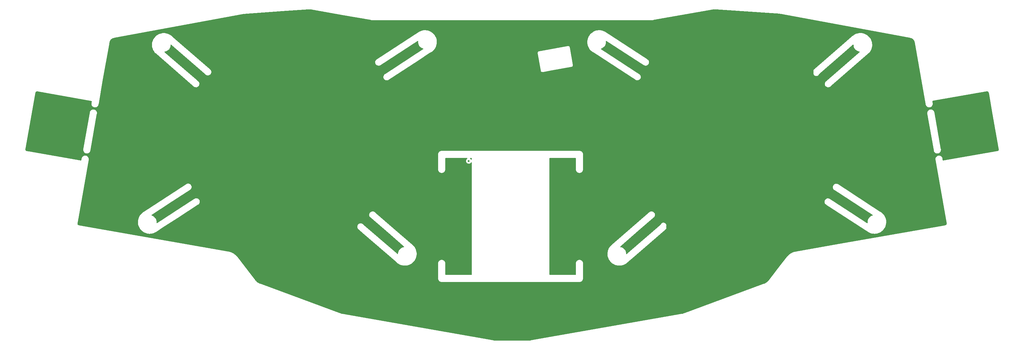
<source format=gtl>
G04 #@! TF.GenerationSoftware,KiCad,Pcbnew,(6.0.2)*
G04 #@! TF.CreationDate,2022-04-09T00:34:42+08:00*
G04 #@! TF.ProjectId,bottom,626f7474-6f6d-42e6-9b69-6361645f7063,rev?*
G04 #@! TF.SameCoordinates,Original*
G04 #@! TF.FileFunction,Copper,L1,Top*
G04 #@! TF.FilePolarity,Positive*
%FSLAX46Y46*%
G04 Gerber Fmt 4.6, Leading zero omitted, Abs format (unit mm)*
G04 Created by KiCad (PCBNEW (6.0.2)) date 2022-04-09 00:34:42*
%MOMM*%
%LPD*%
G01*
G04 APERTURE LIST*
G04 #@! TA.AperFunction,ViaPad*
%ADD10C,0.600000*%
G04 #@! TD*
G04 APERTURE END LIST*
D10*
X199660000Y-150390000D03*
G04 #@! TA.AperFunction,NonConductor*
G36*
X200514118Y-149501060D02*
G01*
X200560612Y-149554714D01*
X200572000Y-149607060D01*
X200572000Y-149884302D01*
X200551998Y-149952423D01*
X200498342Y-149998916D01*
X200428068Y-150009020D01*
X200363488Y-149979526D01*
X200339150Y-149951077D01*
X200297626Y-149884624D01*
X200280891Y-149867772D01*
X200174778Y-149760915D01*
X200174774Y-149760912D01*
X200169815Y-149755918D01*
X200102897Y-149713451D01*
X200056102Y-149660065D01*
X200045596Y-149589850D01*
X200074719Y-149525101D01*
X200134225Y-149486377D01*
X200170410Y-149481068D01*
X200409545Y-149481061D01*
X200445996Y-149481060D01*
X200514118Y-149501060D01*
G37*
G04 #@! TD.AperFunction*
G04 #@! TA.AperFunction,NonConductor*
G36*
X273000891Y-105251851D02*
G01*
X273103848Y-105254879D01*
X273128204Y-105257990D01*
X273132184Y-105258899D01*
X273140935Y-105260898D01*
X273149893Y-105260361D01*
X273149894Y-105260361D01*
X273172574Y-105259001D01*
X273188984Y-105259088D01*
X291967254Y-106584130D01*
X291986504Y-106586995D01*
X292000540Y-106590208D01*
X292009808Y-106592330D01*
X292018769Y-106591797D01*
X292036105Y-106590766D01*
X292054838Y-106591048D01*
X292146088Y-106599238D01*
X292150717Y-106599742D01*
X292277480Y-106615972D01*
X292282157Y-106616661D01*
X292364928Y-106630457D01*
X292386035Y-106635888D01*
X292403417Y-106642008D01*
X292412381Y-106642493D01*
X292412382Y-106642493D01*
X292423693Y-106643105D01*
X292435107Y-106643722D01*
X292451383Y-106645670D01*
X330777491Y-113787779D01*
X330796311Y-113792819D01*
X330818794Y-113800749D01*
X330827756Y-113801239D01*
X330827757Y-113801239D01*
X330831176Y-113801426D01*
X330833397Y-113801547D01*
X330858950Y-113805604D01*
X331034922Y-113852477D01*
X331052906Y-113858758D01*
X331242375Y-113941498D01*
X331259209Y-113950422D01*
X331434026Y-114060790D01*
X331449314Y-114072144D01*
X331605496Y-114207627D01*
X331618900Y-114221161D01*
X331752851Y-114378641D01*
X331764066Y-114394051D01*
X331872727Y-114569924D01*
X331881490Y-114586849D01*
X331962384Y-114777104D01*
X331968494Y-114795158D01*
X332005917Y-114941339D01*
X332011906Y-114964735D01*
X332014207Y-114981606D01*
X332014301Y-114981591D01*
X332015755Y-114990452D01*
X332015939Y-114999424D01*
X332018633Y-115007984D01*
X332018634Y-115007988D01*
X332025422Y-115029552D01*
X332029327Y-115045533D01*
X335255425Y-133370874D01*
X335275044Y-133482314D01*
X335276949Y-133503242D01*
X335277094Y-133523181D01*
X335279113Y-133535557D01*
X335280624Y-133540176D01*
X335280626Y-133540184D01*
X335282346Y-133545440D01*
X335284147Y-133551446D01*
X335331555Y-133725208D01*
X335417319Y-133902232D01*
X335534150Y-134060482D01*
X335678070Y-134194570D01*
X335700046Y-134208509D01*
X335839255Y-134296808D01*
X335839260Y-134296810D01*
X335844178Y-134299930D01*
X335849589Y-134302094D01*
X336021411Y-134370811D01*
X336021415Y-134370812D01*
X336026818Y-134372973D01*
X336219769Y-134411213D01*
X336340112Y-134412519D01*
X336410644Y-134413284D01*
X336410645Y-134413284D01*
X336416462Y-134413347D01*
X336610198Y-134379303D01*
X336794380Y-134310239D01*
X336962735Y-134208509D01*
X337109530Y-134077575D01*
X337229767Y-133921896D01*
X337319351Y-133746776D01*
X337375232Y-133558175D01*
X337375929Y-133551454D01*
X337392046Y-133395898D01*
X337395505Y-133362519D01*
X337382714Y-133206017D01*
X337382298Y-133196669D01*
X337382203Y-133183587D01*
X337382168Y-133178727D01*
X337380149Y-133166351D01*
X337371587Y-133140181D01*
X337367221Y-133122681D01*
X337367199Y-133122551D01*
X337334596Y-132935822D01*
X337284498Y-132648890D01*
X337292485Y-132578344D01*
X337337345Y-132523315D01*
X337386799Y-132503122D01*
X350962474Y-130115932D01*
X353405026Y-129686426D01*
X353424317Y-129684547D01*
X353427018Y-129684493D01*
X353448427Y-129684063D01*
X353457089Y-129681340D01*
X353487014Y-129675789D01*
X353498517Y-129675071D01*
X353549492Y-129671889D01*
X353577665Y-129673295D01*
X353630211Y-129681886D01*
X353658381Y-129686492D01*
X353685538Y-129694133D01*
X353761294Y-129724960D01*
X353786061Y-129738447D01*
X353853053Y-129785355D01*
X353874208Y-129804024D01*
X353929084Y-129864665D01*
X353945554Y-129887573D01*
X353985557Y-129958899D01*
X353996517Y-129984899D01*
X354012348Y-130038589D01*
X354015836Y-130053862D01*
X354017285Y-130062710D01*
X354017465Y-130071683D01*
X354020157Y-130080246D01*
X354020157Y-130080248D01*
X354026997Y-130102010D01*
X354030881Y-130117912D01*
X355095823Y-136157497D01*
X356950921Y-146678276D01*
X356975796Y-146819351D01*
X356977685Y-146838700D01*
X356978166Y-146862655D01*
X356980858Y-146871219D01*
X356980888Y-146871315D01*
X356986441Y-146901247D01*
X356990340Y-146963717D01*
X356988934Y-146991897D01*
X356975738Y-147072607D01*
X356968096Y-147099768D01*
X356937272Y-147175515D01*
X356923778Y-147200293D01*
X356876872Y-147267282D01*
X356858202Y-147288438D01*
X356797562Y-147343312D01*
X356774655Y-147359782D01*
X356703326Y-147399787D01*
X356677332Y-147410744D01*
X356623621Y-147426581D01*
X356608358Y-147430067D01*
X356599523Y-147431514D01*
X356590546Y-147431694D01*
X356560149Y-147441249D01*
X356544277Y-147445127D01*
X340530892Y-150272409D01*
X340460331Y-150264556D01*
X340405218Y-150219801D01*
X340384957Y-150170535D01*
X340302504Y-149710021D01*
X340300535Y-149688729D01*
X340300397Y-149669721D01*
X340298378Y-149657345D01*
X340296867Y-149652726D01*
X340296865Y-149652718D01*
X340295145Y-149647462D01*
X340293342Y-149641448D01*
X340293091Y-149640526D01*
X340245936Y-149467694D01*
X340160172Y-149290670D01*
X340043341Y-149132420D01*
X339899421Y-148998332D01*
X339829634Y-148954067D01*
X339738236Y-148896094D01*
X339738231Y-148896092D01*
X339733313Y-148892972D01*
X339702418Y-148880616D01*
X339556080Y-148822091D01*
X339556076Y-148822090D01*
X339550673Y-148819929D01*
X339357722Y-148781689D01*
X339237379Y-148780383D01*
X339166847Y-148779618D01*
X339166846Y-148779618D01*
X339161029Y-148779555D01*
X338967293Y-148813599D01*
X338783111Y-148882663D01*
X338614756Y-148984393D01*
X338467961Y-149115327D01*
X338347724Y-149271006D01*
X338258140Y-149446126D01*
X338202259Y-149634727D01*
X338201658Y-149640525D01*
X338201658Y-149640526D01*
X338196573Y-149689605D01*
X338181986Y-149830383D01*
X338182461Y-149836195D01*
X338194777Y-149986882D01*
X338195193Y-149996230D01*
X338195323Y-150014175D01*
X338197342Y-150026551D01*
X338198855Y-150031174D01*
X338198856Y-150031180D01*
X338206039Y-150053134D01*
X338210378Y-150070467D01*
X341523211Y-168887884D01*
X341525094Y-168907200D01*
X341525316Y-168918237D01*
X341525577Y-168931241D01*
X341528299Y-168939899D01*
X341533851Y-168969828D01*
X341537751Y-169032306D01*
X341536345Y-169060479D01*
X341527729Y-169113181D01*
X341523149Y-169141193D01*
X341515507Y-169168353D01*
X341484683Y-169244101D01*
X341471189Y-169268881D01*
X341424282Y-169335870D01*
X341405614Y-169357024D01*
X341356302Y-169401649D01*
X341344974Y-169411900D01*
X341322068Y-169428368D01*
X341270416Y-169457336D01*
X341250740Y-169468371D01*
X341224743Y-169479330D01*
X341171043Y-169495164D01*
X341155773Y-169498651D01*
X341146926Y-169500100D01*
X341137956Y-169500280D01*
X341107626Y-169509814D01*
X341091734Y-169513696D01*
X309598605Y-175066785D01*
X296807560Y-177322191D01*
X296786651Y-177324101D01*
X296771537Y-177324217D01*
X296771531Y-177324218D01*
X296766661Y-177324255D01*
X296761853Y-177325042D01*
X296761850Y-177325042D01*
X296759749Y-177325386D01*
X296754286Y-177326280D01*
X296749652Y-177327798D01*
X296749649Y-177327799D01*
X296747383Y-177328541D01*
X296735137Y-177331880D01*
X296525274Y-177377881D01*
X296389812Y-177407573D01*
X296267370Y-177445259D01*
X296035465Y-177516636D01*
X296032963Y-177517406D01*
X295686420Y-177656379D01*
X295684093Y-177657544D01*
X295684091Y-177657545D01*
X295354890Y-177822372D01*
X295354883Y-177822376D01*
X295352560Y-177823539D01*
X295350343Y-177824889D01*
X295350336Y-177824893D01*
X295330996Y-177836671D01*
X295033669Y-178017741D01*
X295031583Y-178019261D01*
X295031576Y-178019266D01*
X294943311Y-178083596D01*
X294731934Y-178237653D01*
X294449422Y-178481768D01*
X294188070Y-178748414D01*
X294043064Y-178923191D01*
X293971485Y-179009466D01*
X293960676Y-179020948D01*
X293956298Y-179025051D01*
X293953305Y-179028881D01*
X293953303Y-179028883D01*
X293951572Y-179031098D01*
X293948576Y-179034932D01*
X293935017Y-179059233D01*
X293925197Y-179074218D01*
X292085866Y-181487119D01*
X288864389Y-185713167D01*
X288851470Y-185727649D01*
X288834139Y-185744295D01*
X288829673Y-185752076D01*
X288829669Y-185752081D01*
X288824243Y-185761534D01*
X288811480Y-185779809D01*
X288626964Y-185999664D01*
X288618918Y-186008382D01*
X288393309Y-186230819D01*
X288384480Y-186238739D01*
X288214681Y-186377198D01*
X288138931Y-186438966D01*
X288129388Y-186446026D01*
X287866087Y-186622254D01*
X287855922Y-186628384D01*
X287577218Y-186779045D01*
X287566521Y-186784192D01*
X287309123Y-186893422D01*
X287284902Y-186900929D01*
X287273481Y-186903241D01*
X287265540Y-186907418D01*
X287245282Y-186918074D01*
X287230353Y-186924729D01*
X263518465Y-195699293D01*
X263499772Y-195704611D01*
X263476304Y-195709366D01*
X263468363Y-195713545D01*
X263468362Y-195713545D01*
X263463925Y-195715880D01*
X263455407Y-195720362D01*
X263436897Y-195728284D01*
X263429716Y-195730699D01*
X263277339Y-195781940D01*
X263270121Y-195784129D01*
X263075303Y-195836889D01*
X263067963Y-195838643D01*
X263034976Y-195845487D01*
X262910551Y-195871300D01*
X262887508Y-195873899D01*
X262871919Y-195874213D01*
X262841612Y-195883742D01*
X262825701Y-195887629D01*
X218026935Y-203786860D01*
X218007589Y-203788749D01*
X217983632Y-203789230D01*
X217960910Y-203796372D01*
X217941395Y-203800839D01*
X217899777Y-203806935D01*
X217780989Y-203824336D01*
X217773737Y-203825183D01*
X217578661Y-203842250D01*
X217571367Y-203842674D01*
X217416910Y-203847169D01*
X217393860Y-203845721D01*
X217387127Y-203844672D01*
X217387120Y-203844672D01*
X217378251Y-203843291D01*
X217369349Y-203844455D01*
X217369346Y-203844455D01*
X217350064Y-203846977D01*
X217346906Y-203847390D01*
X217346730Y-203847413D01*
X217330392Y-203848477D01*
X207731524Y-203848477D01*
X207712139Y-203846977D01*
X207697338Y-203844672D01*
X207697335Y-203844672D01*
X207688466Y-203843291D01*
X207679564Y-203844455D01*
X207679561Y-203844455D01*
X207669882Y-203845721D01*
X207664849Y-203846379D01*
X207644850Y-203847390D01*
X207630655Y-203846977D01*
X207482812Y-203842675D01*
X207475516Y-203842251D01*
X207280439Y-203825184D01*
X207273171Y-203824334D01*
X207120298Y-203801940D01*
X207097854Y-203796514D01*
X207091392Y-203794308D01*
X207091389Y-203794307D01*
X207082893Y-203791407D01*
X207055360Y-203790181D01*
X207051137Y-203789993D01*
X207034862Y-203788204D01*
X162236096Y-195888972D01*
X162217259Y-195884126D01*
X162203102Y-195879292D01*
X162203101Y-195879292D01*
X162194606Y-195876391D01*
X162185639Y-195875991D01*
X162178435Y-195875670D01*
X162171017Y-195875339D01*
X162151041Y-195872838D01*
X161986217Y-195838644D01*
X161978875Y-195836890D01*
X161881464Y-195810509D01*
X161784047Y-195784127D01*
X161776846Y-195781943D01*
X161624459Y-195730698D01*
X161603243Y-195721310D01*
X161601542Y-195720361D01*
X161589633Y-195713718D01*
X161558646Y-195706647D01*
X161542970Y-195701980D01*
X137831070Y-186927410D01*
X137813443Y-186919293D01*
X137792456Y-186907590D01*
X137783710Y-186905596D01*
X137783705Y-186905594D01*
X137773075Y-186903171D01*
X137751865Y-186896313D01*
X137487652Y-186784191D01*
X137476958Y-186779045D01*
X137198254Y-186628384D01*
X137188089Y-186622254D01*
X136924788Y-186446026D01*
X136915245Y-186438966D01*
X136839495Y-186377198D01*
X136669696Y-186238739D01*
X136660867Y-186230819D01*
X136435258Y-186008382D01*
X136427212Y-185999664D01*
X136247451Y-185785474D01*
X136233189Y-185764514D01*
X136227637Y-185754269D01*
X136221316Y-185747894D01*
X136221313Y-185747890D01*
X136205203Y-185731642D01*
X136194471Y-185719313D01*
X135882454Y-185309998D01*
X190566776Y-185309998D01*
X190567465Y-185314812D01*
X190567466Y-185314823D01*
X190569290Y-185327561D01*
X190570080Y-185334412D01*
X190571773Y-185353719D01*
X190584223Y-185495700D01*
X190632575Y-185675735D01*
X190711520Y-185844607D01*
X190818651Y-185997164D01*
X190950696Y-186128748D01*
X191036668Y-186188673D01*
X191097132Y-186230819D01*
X191103625Y-186235345D01*
X191108625Y-186237661D01*
X191267768Y-186311382D01*
X191267773Y-186311384D01*
X191272773Y-186313700D01*
X191278106Y-186315112D01*
X191278105Y-186315112D01*
X191447646Y-186360012D01*
X191447649Y-186360013D01*
X191452975Y-186361423D01*
X191528188Y-186367753D01*
X191594998Y-186373376D01*
X191604889Y-186374604D01*
X191626197Y-186378112D01*
X191632583Y-186378168D01*
X191633871Y-186378179D01*
X191633875Y-186378179D01*
X191638737Y-186378221D01*
X191665205Y-186374336D01*
X191683503Y-186373000D01*
X232467910Y-186373000D01*
X232489248Y-186374820D01*
X232503088Y-186377198D01*
X232507895Y-186378024D01*
X232512768Y-186378101D01*
X232512773Y-186378101D01*
X232514079Y-186378121D01*
X232520433Y-186378221D01*
X232525256Y-186377547D01*
X232525264Y-186377547D01*
X232538002Y-186375768D01*
X232544859Y-186375001D01*
X232603096Y-186370100D01*
X232706195Y-186361423D01*
X232711521Y-186360013D01*
X232711524Y-186360012D01*
X232881065Y-186315112D01*
X232881064Y-186315112D01*
X232886397Y-186313700D01*
X232891397Y-186311384D01*
X232891402Y-186311382D01*
X233050545Y-186237661D01*
X233055545Y-186235345D01*
X233062039Y-186230819D01*
X233122502Y-186188673D01*
X233208474Y-186128748D01*
X233340519Y-185997164D01*
X233447650Y-185844607D01*
X233526595Y-185675735D01*
X233574947Y-185495700D01*
X233587397Y-185353713D01*
X233588660Y-185343820D01*
X233590823Y-185330963D01*
X233592241Y-185322537D01*
X233592394Y-185309998D01*
X233588443Y-185282410D01*
X233587170Y-185264548D01*
X233587170Y-180920146D01*
X233588916Y-180899242D01*
X233589449Y-180896076D01*
X233592241Y-180879478D01*
X233592394Y-180866939D01*
X233591704Y-180862118D01*
X233591703Y-180862109D01*
X233590942Y-180856790D01*
X233590208Y-180850561D01*
X233574086Y-180676581D01*
X233574084Y-180676569D01*
X233573547Y-180670776D01*
X233519634Y-180481294D01*
X233431823Y-180304944D01*
X233313102Y-180147733D01*
X233167515Y-180015013D01*
X233162567Y-180011950D01*
X233162564Y-180011947D01*
X233004973Y-179914371D01*
X233000020Y-179911304D01*
X232994589Y-179909200D01*
X232994587Y-179909199D01*
X232908170Y-179875721D01*
X232816320Y-179840138D01*
X232622671Y-179803939D01*
X232425669Y-179803939D01*
X232232020Y-179840138D01*
X232140170Y-179875721D01*
X232053753Y-179909199D01*
X232053751Y-179909200D01*
X232048320Y-179911304D01*
X232043367Y-179914371D01*
X231885776Y-180011947D01*
X231885773Y-180011950D01*
X231880825Y-180015013D01*
X231735238Y-180147733D01*
X231616517Y-180304944D01*
X231528706Y-180481294D01*
X231474793Y-180670776D01*
X231474256Y-180676569D01*
X231474254Y-180676581D01*
X231459339Y-180837539D01*
X231458377Y-180845296D01*
X231457457Y-180851202D01*
X231457458Y-180851204D01*
X231455984Y-180860669D01*
X231456694Y-180866098D01*
X231456616Y-180866939D01*
X231456804Y-180866939D01*
X231458310Y-180878456D01*
X231460106Y-180892189D01*
X231461170Y-180908527D01*
X231461170Y-184122733D01*
X231441168Y-184190854D01*
X231387512Y-184237347D01*
X231335173Y-184248733D01*
X225621580Y-184248888D01*
X223713173Y-184248940D01*
X223645052Y-184228940D01*
X223598558Y-184175285D01*
X223587170Y-184122940D01*
X223587170Y-178201074D01*
X240857444Y-178201074D01*
X240895878Y-178566753D01*
X240896562Y-178569971D01*
X240971641Y-178923191D01*
X240971644Y-178923201D01*
X240972326Y-178926411D01*
X241085949Y-179276108D01*
X241235504Y-179612013D01*
X241419350Y-179930444D01*
X241635475Y-180227914D01*
X241637681Y-180230364D01*
X241637685Y-180230369D01*
X241709527Y-180310158D01*
X241881509Y-180501164D01*
X241883959Y-180503370D01*
X242152304Y-180744988D01*
X242152309Y-180744992D01*
X242154759Y-180747198D01*
X242343428Y-180884274D01*
X242449529Y-180961361D01*
X242452229Y-180963323D01*
X242770660Y-181147169D01*
X243106565Y-181296724D01*
X243456262Y-181410347D01*
X243459472Y-181411029D01*
X243459482Y-181411032D01*
X243812617Y-181486093D01*
X243815920Y-181486795D01*
X244181599Y-181525229D01*
X244549292Y-181525229D01*
X244720998Y-181507182D01*
X244911693Y-181487139D01*
X244911702Y-181487138D01*
X244914971Y-181486794D01*
X244918288Y-181486089D01*
X245271409Y-181411031D01*
X245271419Y-181411028D01*
X245274629Y-181410346D01*
X245624326Y-181296723D01*
X245721373Y-181253515D01*
X245957214Y-181148511D01*
X245957217Y-181148510D01*
X245960230Y-181147168D01*
X246278661Y-180963322D01*
X246576131Y-180747197D01*
X246828816Y-180519679D01*
X246833082Y-180516257D01*
X246832996Y-180516154D01*
X246836734Y-180513031D01*
X246840696Y-180510210D01*
X246849670Y-180501452D01*
X246852943Y-180497085D01*
X246854031Y-180495916D01*
X246855799Y-180493901D01*
X246855857Y-180493952D01*
X246871109Y-180477555D01*
X246872803Y-180476083D01*
X249141995Y-178503681D01*
X258114570Y-170704642D01*
X258125471Y-170696169D01*
X258149598Y-170679453D01*
X258149602Y-170679450D01*
X258156981Y-170674337D01*
X258196253Y-170625814D01*
X258198889Y-170622664D01*
X258233848Y-170582239D01*
X258239720Y-170575449D01*
X258243224Y-170567780D01*
X258248527Y-170561227D01*
X258272606Y-170503620D01*
X258274249Y-170499865D01*
X258285103Y-170476106D01*
X258300185Y-170443092D01*
X258301395Y-170434750D01*
X258304647Y-170426970D01*
X258311588Y-170364934D01*
X258312112Y-170360859D01*
X258319783Y-170307972D01*
X258319783Y-170307971D01*
X258321072Y-170299084D01*
X258319891Y-170290732D01*
X258320828Y-170282358D01*
X258315291Y-170250678D01*
X258310082Y-170220881D01*
X258309441Y-170216825D01*
X258301957Y-170163894D01*
X258300700Y-170155003D01*
X258297225Y-170147324D01*
X258295773Y-170139016D01*
X258291805Y-170130957D01*
X258268198Y-170083011D01*
X258266444Y-170079299D01*
X258246184Y-170034527D01*
X258236323Y-169964218D01*
X258244876Y-169933628D01*
X258279677Y-169851090D01*
X258282156Y-169845211D01*
X258316340Y-169673674D01*
X258315755Y-169569403D01*
X258315394Y-169505149D01*
X258315394Y-169505147D01*
X258315358Y-169498766D01*
X258311258Y-169479330D01*
X258283443Y-169347500D01*
X258279249Y-169327623D01*
X258209486Y-169167228D01*
X258108916Y-169024122D01*
X257981641Y-168904144D01*
X257976219Y-168900793D01*
X257976215Y-168900790D01*
X257861754Y-168830050D01*
X257832853Y-168812188D01*
X257668622Y-168752006D01*
X257609700Y-168743165D01*
X257501956Y-168726998D01*
X257501951Y-168726998D01*
X257495648Y-168726052D01*
X257489282Y-168726392D01*
X257489278Y-168726392D01*
X257396417Y-168731355D01*
X257320987Y-168735386D01*
X257257414Y-168752006D01*
X257157940Y-168778011D01*
X257157936Y-168778012D01*
X257151764Y-168779626D01*
X256994882Y-168856969D01*
X256989848Y-168860879D01*
X256989846Y-168860880D01*
X256955077Y-168887884D01*
X256856742Y-168964258D01*
X256852590Y-168969107D01*
X256852589Y-168969108D01*
X256774348Y-169060483D01*
X256742979Y-169097117D01*
X256658233Y-169250126D01*
X256656327Y-169256213D01*
X256646310Y-169288199D01*
X256608727Y-169345641D01*
X246594330Y-178050242D01*
X246529795Y-178079835D01*
X246459506Y-178069839D01*
X246405778Y-178023429D01*
X246385986Y-177964044D01*
X246376968Y-177836671D01*
X246369195Y-177726896D01*
X246309460Y-177449440D01*
X246266598Y-177333255D01*
X246212769Y-177187346D01*
X246211228Y-177183169D01*
X246178333Y-177122203D01*
X246078570Y-176937311D01*
X246076457Y-176933395D01*
X245907838Y-176705103D01*
X245864672Y-176661253D01*
X245711865Y-176506028D01*
X245708734Y-176502847D01*
X245607332Y-176425459D01*
X245486660Y-176333364D01*
X245486656Y-176333361D01*
X245483119Y-176330662D01*
X245339371Y-176250159D01*
X245239383Y-176194163D01*
X245239377Y-176194160D01*
X245235493Y-176191985D01*
X245231335Y-176190377D01*
X245231330Y-176190374D01*
X244974953Y-176091189D01*
X244974947Y-176091187D01*
X244970798Y-176089582D01*
X244966466Y-176088578D01*
X244966463Y-176088577D01*
X244694730Y-176025593D01*
X244632885Y-175990726D01*
X244599709Y-175927958D01*
X244605734Y-175857217D01*
X244640522Y-175807750D01*
X244641909Y-175806545D01*
X250343370Y-170850786D01*
X254582074Y-167166468D01*
X254591653Y-167158923D01*
X254596121Y-167155742D01*
X254626243Y-167134296D01*
X254629720Y-167130903D01*
X254629726Y-167130898D01*
X254631731Y-167128941D01*
X254631733Y-167128939D01*
X254635218Y-167125538D01*
X254638138Y-167121642D01*
X254638144Y-167121635D01*
X254644195Y-167113560D01*
X254648087Y-167108627D01*
X254685443Y-167063641D01*
X254753920Y-166981178D01*
X254844823Y-166817977D01*
X254874344Y-166729900D01*
X254902338Y-166646378D01*
X254902339Y-166646373D01*
X254904190Y-166640851D01*
X254929999Y-166455832D01*
X254921371Y-166269221D01*
X254893436Y-166150449D01*
X254879934Y-166093040D01*
X254879934Y-166093039D01*
X254878601Y-166087373D01*
X254803145Y-165916481D01*
X254697572Y-165762363D01*
X254565477Y-165630268D01*
X254411359Y-165524695D01*
X254406035Y-165522344D01*
X254406031Y-165522342D01*
X254245792Y-165451590D01*
X254245790Y-165451589D01*
X254240467Y-165449239D01*
X254234801Y-165447906D01*
X254234800Y-165447906D01*
X254064287Y-165407802D01*
X254064286Y-165407802D01*
X254058619Y-165406469D01*
X254052807Y-165406200D01*
X254052805Y-165406200D01*
X253877828Y-165398110D01*
X253877827Y-165398110D01*
X253872008Y-165397841D01*
X253686989Y-165423650D01*
X253681467Y-165425501D01*
X253681462Y-165425502D01*
X253614649Y-165447896D01*
X253509863Y-165483017D01*
X253439274Y-165522335D01*
X253351753Y-165571084D01*
X253351751Y-165571086D01*
X253346662Y-165573920D01*
X253342181Y-165577641D01*
X253235808Y-165665972D01*
X253228393Y-165671678D01*
X253211277Y-165683864D01*
X253202302Y-165692622D01*
X253199029Y-165696989D01*
X253197952Y-165698147D01*
X253196173Y-165700174D01*
X253196115Y-165700123D01*
X253180863Y-165716520D01*
X241934365Y-175492072D01*
X241924790Y-175499614D01*
X241890196Y-175524244D01*
X241881221Y-175533003D01*
X241879209Y-175535688D01*
X241878154Y-175536356D01*
X241878485Y-175536654D01*
X241635476Y-175806542D01*
X241419351Y-176104012D01*
X241235505Y-176422443D01*
X241234163Y-176425456D01*
X241234162Y-176425459D01*
X241198290Y-176506028D01*
X241085950Y-176758347D01*
X240972327Y-177108044D01*
X240971645Y-177111254D01*
X240971642Y-177111264D01*
X240908779Y-177407013D01*
X240895879Y-177467702D01*
X240895535Y-177470971D01*
X240895534Y-177470980D01*
X240890552Y-177518382D01*
X240857444Y-177833381D01*
X240857444Y-178201074D01*
X223587170Y-178201074D01*
X223587170Y-162472911D01*
X305281084Y-162472911D01*
X305289646Y-162659537D01*
X305332356Y-162841411D01*
X305334709Y-162846744D01*
X305334709Y-162846745D01*
X305381279Y-162952310D01*
X305407760Y-163012339D01*
X305513291Y-163166500D01*
X305517411Y-163170622D01*
X305517413Y-163170625D01*
X305641235Y-163294524D01*
X305641238Y-163294527D01*
X305645353Y-163298644D01*
X305650151Y-163301933D01*
X305650156Y-163301937D01*
X305764206Y-163380112D01*
X305771723Y-163385687D01*
X305784319Y-163395773D01*
X305784326Y-163395778D01*
X305788129Y-163398823D01*
X305799008Y-163405061D01*
X305803537Y-163406798D01*
X305803545Y-163406802D01*
X305804078Y-163407006D01*
X305805431Y-163407697D01*
X305807944Y-163408891D01*
X305807909Y-163408964D01*
X305827836Y-163419146D01*
X318304746Y-171565979D01*
X318314621Y-171573131D01*
X318347770Y-171599678D01*
X318358648Y-171605918D01*
X318361797Y-171607126D01*
X318362721Y-171607953D01*
X318362916Y-171607556D01*
X318688932Y-171767548D01*
X318692030Y-171768684D01*
X318692032Y-171768685D01*
X319031037Y-171893009D01*
X319031043Y-171893011D01*
X319034141Y-171894147D01*
X319390692Y-171983968D01*
X319393946Y-171984433D01*
X319393949Y-171984434D01*
X319751412Y-172035561D01*
X319751414Y-172035561D01*
X319754678Y-172036028D01*
X319921794Y-172042272D01*
X320118808Y-172049633D01*
X320118816Y-172049633D01*
X320122112Y-172049756D01*
X320352019Y-172034243D01*
X320485682Y-172025224D01*
X320485687Y-172025223D01*
X320488968Y-172025002D01*
X320725047Y-171983968D01*
X320847984Y-171962600D01*
X320847990Y-171962599D01*
X320851227Y-171962036D01*
X321204920Y-171861550D01*
X321207985Y-171860320D01*
X321207989Y-171860319D01*
X321543115Y-171725870D01*
X321543124Y-171725866D01*
X321546172Y-171724643D01*
X321871244Y-171552816D01*
X322176574Y-171347951D01*
X322179117Y-171345828D01*
X322456277Y-171114415D01*
X322456281Y-171114411D01*
X322458818Y-171112293D01*
X322714883Y-170848423D01*
X322941963Y-170559234D01*
X323074680Y-170347993D01*
X323135821Y-170250678D01*
X323135824Y-170250673D01*
X323137571Y-170247892D01*
X323291801Y-169933628D01*
X323298116Y-169920760D01*
X323298118Y-169920756D01*
X323299564Y-169917809D01*
X323426166Y-169572601D01*
X323440668Y-169515040D01*
X323515184Y-169219256D01*
X323515185Y-169219253D01*
X323515991Y-169216052D01*
X323540859Y-169042200D01*
X323567587Y-168855341D01*
X323567588Y-168855333D01*
X323568055Y-168852066D01*
X323575123Y-168662950D01*
X323581664Y-168487936D01*
X323581664Y-168487927D01*
X323581787Y-168484632D01*
X323557036Y-168117776D01*
X323494074Y-167755516D01*
X323480931Y-167709251D01*
X323394495Y-167405002D01*
X323393592Y-167401822D01*
X323311725Y-167197756D01*
X323257921Y-167063641D01*
X323257915Y-167063627D01*
X323256688Y-167060569D01*
X323255142Y-167057644D01*
X323086410Y-166738417D01*
X323086405Y-166738409D01*
X323084865Y-166735495D01*
X323007084Y-166619567D01*
X322881847Y-166432910D01*
X322881845Y-166432907D01*
X322880003Y-166430162D01*
X322644348Y-166147916D01*
X322587801Y-166093040D01*
X322524273Y-166031391D01*
X322380481Y-165891849D01*
X322377870Y-165889798D01*
X322100095Y-165671678D01*
X322091293Y-165664766D01*
X322088506Y-165663015D01*
X322088499Y-165663010D01*
X321864608Y-165522342D01*
X321803379Y-165483872D01*
X321798926Y-165480705D01*
X321798850Y-165480817D01*
X321794833Y-165478080D01*
X321791031Y-165475035D01*
X321784977Y-165471562D01*
X321784378Y-165471218D01*
X321784372Y-165471215D01*
X321780153Y-165468795D01*
X321775050Y-165466837D01*
X321773635Y-165466114D01*
X321771213Y-165464963D01*
X321771246Y-165464893D01*
X321751303Y-165454701D01*
X309274383Y-157307862D01*
X309264503Y-157300706D01*
X309246314Y-157286138D01*
X309231364Y-157274164D01*
X309220487Y-157267924D01*
X309213765Y-157265345D01*
X309206482Y-157262550D01*
X309200676Y-157260155D01*
X309054507Y-157195540D01*
X309054508Y-157195540D01*
X309049180Y-157193185D01*
X308867346Y-157150336D01*
X308680735Y-157141630D01*
X308674969Y-157142432D01*
X308674965Y-157142432D01*
X308501468Y-157166560D01*
X308495701Y-157167362D01*
X308418550Y-157193185D01*
X308324072Y-157224807D01*
X308324068Y-157224809D01*
X308318546Y-157226657D01*
X308313454Y-157229491D01*
X308313453Y-157229491D01*
X308237522Y-157271744D01*
X308155303Y-157317496D01*
X308150820Y-157321216D01*
X308150818Y-157321217D01*
X308120378Y-157346474D01*
X308011533Y-157436784D01*
X308007809Y-157441265D01*
X308007808Y-157441266D01*
X307969714Y-157487104D01*
X307892130Y-157580459D01*
X307801161Y-157743629D01*
X307799306Y-157749157D01*
X307743578Y-157915211D01*
X307743577Y-157915216D01*
X307741724Y-157920737D01*
X307715844Y-158105750D01*
X307724401Y-158292368D01*
X307767105Y-158474237D01*
X307842501Y-158645161D01*
X307845790Y-158649966D01*
X307845791Y-158649968D01*
X307944730Y-158794514D01*
X307944734Y-158794519D01*
X307948021Y-158799321D01*
X308080071Y-158931466D01*
X308188342Y-159005688D01*
X308198897Y-159012924D01*
X308206402Y-159018489D01*
X308222836Y-159031650D01*
X308227050Y-159034067D01*
X308227053Y-159034069D01*
X308228275Y-159034769D01*
X308233714Y-159037889D01*
X308238248Y-159039628D01*
X308238256Y-159039632D01*
X308238794Y-159039838D01*
X308240167Y-159040539D01*
X308242656Y-159041722D01*
X308242622Y-159041794D01*
X308262556Y-159051979D01*
X319521515Y-166403547D01*
X319567617Y-166457537D01*
X319577211Y-166527882D01*
X319547251Y-166592248D01*
X319494376Y-166627929D01*
X319276242Y-166704533D01*
X319276235Y-166704536D01*
X319272035Y-166706011D01*
X319020175Y-166836841D01*
X319016562Y-166839423D01*
X319016557Y-166839426D01*
X318884543Y-166933765D01*
X318789262Y-167001854D01*
X318730779Y-167057644D01*
X318620900Y-167162464D01*
X318583904Y-167197756D01*
X318408197Y-167420640D01*
X318405965Y-167424482D01*
X318405962Y-167424487D01*
X318267885Y-167662203D01*
X318267882Y-167662209D01*
X318265647Y-167666057D01*
X318159099Y-167929111D01*
X318090679Y-168204553D01*
X318061751Y-168486888D01*
X318068669Y-168662950D01*
X318072894Y-168770483D01*
X318071159Y-168770551D01*
X318060033Y-168833299D01*
X318011811Y-168885407D01*
X317943073Y-168903172D01*
X317878304Y-168882740D01*
X317844826Y-168860880D01*
X313884592Y-166275035D01*
X306839661Y-161675028D01*
X306829776Y-161667868D01*
X306800457Y-161644383D01*
X306796657Y-161641339D01*
X306792437Y-161638918D01*
X306792432Y-161638914D01*
X306790011Y-161637525D01*
X306790008Y-161637524D01*
X306785781Y-161635098D01*
X306771774Y-161629723D01*
X306765973Y-161627328D01*
X306619799Y-161562701D01*
X306619797Y-161562700D01*
X306614472Y-161560346D01*
X306608811Y-161559012D01*
X306608809Y-161559011D01*
X306438302Y-161518823D01*
X306438300Y-161518823D01*
X306432633Y-161517487D01*
X306426817Y-161517215D01*
X306426814Y-161517215D01*
X306366829Y-161514414D01*
X306246015Y-161508772D01*
X306240255Y-161509573D01*
X306240251Y-161509573D01*
X306097355Y-161529441D01*
X306060973Y-161534499D01*
X306055449Y-161536348D01*
X306055448Y-161536348D01*
X305889337Y-161591941D01*
X305889335Y-161591942D01*
X305883810Y-161593791D01*
X305878721Y-161596623D01*
X305878718Y-161596624D01*
X305819235Y-161629723D01*
X305720559Y-161684630D01*
X305716079Y-161688347D01*
X305581266Y-161800199D01*
X305581262Y-161800203D01*
X305576782Y-161803920D01*
X305457373Y-161947600D01*
X305366401Y-162110776D01*
X305306963Y-162287891D01*
X305281084Y-162472911D01*
X223587170Y-162472911D01*
X223587170Y-149607060D01*
X223607172Y-149538939D01*
X223660828Y-149492446D01*
X223713172Y-149481060D01*
X230228836Y-149481237D01*
X231335173Y-149481267D01*
X231403294Y-149501271D01*
X231449785Y-149554928D01*
X231461170Y-149607267D01*
X231461170Y-152813733D01*
X231459670Y-152833117D01*
X231455984Y-152856791D01*
X231456804Y-152863061D01*
X231456616Y-152863061D01*
X231474793Y-153059224D01*
X231528706Y-153248706D01*
X231616517Y-153425056D01*
X231735238Y-153582267D01*
X231880825Y-153714987D01*
X231885773Y-153718050D01*
X231885776Y-153718053D01*
X231992435Y-153784093D01*
X232048320Y-153818696D01*
X232053751Y-153820800D01*
X232053753Y-153820801D01*
X232140170Y-153854279D01*
X232232020Y-153889862D01*
X232425669Y-153926061D01*
X232622671Y-153926061D01*
X232816320Y-153889862D01*
X232908170Y-153854279D01*
X232994587Y-153820801D01*
X232994589Y-153820800D01*
X233000020Y-153818696D01*
X233055905Y-153784093D01*
X233162564Y-153718053D01*
X233162567Y-153718050D01*
X233167515Y-153714987D01*
X233313102Y-153582267D01*
X233431823Y-153425056D01*
X233519634Y-153248706D01*
X233573547Y-153059224D01*
X233574085Y-153053420D01*
X233588072Y-152902479D01*
X233589280Y-152893204D01*
X233591433Y-152880402D01*
X233592241Y-152875600D01*
X233592394Y-152863061D01*
X233588443Y-152835473D01*
X233587170Y-152817610D01*
X233587170Y-148473208D01*
X233588916Y-148452302D01*
X233590381Y-148443599D01*
X233592241Y-148432541D01*
X233592394Y-148420002D01*
X233591705Y-148415188D01*
X233591704Y-148415177D01*
X233589880Y-148402439D01*
X233589090Y-148395588D01*
X233575429Y-148239796D01*
X233575429Y-148239795D01*
X233574947Y-148234300D01*
X233526595Y-148054265D01*
X233447650Y-147885393D01*
X233340519Y-147732836D01*
X233208474Y-147601252D01*
X233122502Y-147541327D01*
X233060066Y-147497806D01*
X233060064Y-147497805D01*
X233055545Y-147494655D01*
X232994800Y-147466516D01*
X232891402Y-147418618D01*
X232891397Y-147418616D01*
X232886397Y-147416300D01*
X232844848Y-147405296D01*
X232711524Y-147369988D01*
X232711521Y-147369987D01*
X232706195Y-147368577D01*
X232630982Y-147362247D01*
X232564172Y-147356624D01*
X232554281Y-147355396D01*
X232532973Y-147351888D01*
X232526587Y-147351832D01*
X232525299Y-147351821D01*
X232525295Y-147351821D01*
X232520433Y-147351779D01*
X232493966Y-147355664D01*
X232475667Y-147357000D01*
X191691260Y-147357000D01*
X191669922Y-147355180D01*
X191656082Y-147352802D01*
X191651275Y-147351976D01*
X191646402Y-147351899D01*
X191646397Y-147351899D01*
X191645091Y-147351879D01*
X191638737Y-147351779D01*
X191633914Y-147352453D01*
X191633906Y-147352453D01*
X191621168Y-147354232D01*
X191614311Y-147354999D01*
X191557480Y-147359782D01*
X191452975Y-147368577D01*
X191447649Y-147369987D01*
X191447646Y-147369988D01*
X191314322Y-147405296D01*
X191272773Y-147416300D01*
X191267773Y-147418616D01*
X191267768Y-147418618D01*
X191164370Y-147466516D01*
X191103625Y-147494655D01*
X191099106Y-147497805D01*
X191099104Y-147497806D01*
X191036668Y-147541327D01*
X190950696Y-147601252D01*
X190818651Y-147732836D01*
X190711520Y-147885393D01*
X190632575Y-148054265D01*
X190584223Y-148234300D01*
X190572062Y-148373000D01*
X190571774Y-148376281D01*
X190570511Y-148386170D01*
X190566929Y-148407463D01*
X190566776Y-148420002D01*
X190569822Y-148441271D01*
X190570727Y-148447589D01*
X190572000Y-148465452D01*
X190572000Y-152813733D01*
X190570500Y-152833117D01*
X190566814Y-152856791D01*
X190567634Y-152863061D01*
X190567446Y-152863061D01*
X190585623Y-153059224D01*
X190639536Y-153248706D01*
X190727347Y-153425056D01*
X190846068Y-153582267D01*
X190991655Y-153714987D01*
X190996603Y-153718050D01*
X190996606Y-153718053D01*
X191103265Y-153784093D01*
X191159150Y-153818696D01*
X191164581Y-153820800D01*
X191164583Y-153820801D01*
X191251000Y-153854279D01*
X191342850Y-153889862D01*
X191536499Y-153926061D01*
X191733501Y-153926061D01*
X191927150Y-153889862D01*
X192019000Y-153854279D01*
X192105417Y-153820801D01*
X192105419Y-153820800D01*
X192110850Y-153818696D01*
X192166735Y-153784093D01*
X192273394Y-153718053D01*
X192273397Y-153718050D01*
X192278345Y-153714987D01*
X192423932Y-153582267D01*
X192542653Y-153425056D01*
X192630464Y-153248706D01*
X192684377Y-153059224D01*
X192684915Y-153053420D01*
X192698902Y-152902479D01*
X192700110Y-152893204D01*
X192702263Y-152880402D01*
X192703071Y-152875600D01*
X192703224Y-152863061D01*
X192699273Y-152835473D01*
X192698000Y-152817610D01*
X192698000Y-149607267D01*
X192718002Y-149539146D01*
X192771658Y-149492653D01*
X192823997Y-149481267D01*
X195730114Y-149481188D01*
X199149061Y-149481095D01*
X199217181Y-149501095D01*
X199263675Y-149554750D01*
X199273781Y-149625023D01*
X199244290Y-149689605D01*
X199215088Y-149714411D01*
X199159088Y-149748862D01*
X199154053Y-149753793D01*
X199154050Y-149753795D01*
X199064830Y-149841166D01*
X199029493Y-149875771D01*
X198931235Y-150028238D01*
X198928826Y-150034858D01*
X198928824Y-150034861D01*
X198913085Y-150078104D01*
X198869197Y-150198685D01*
X198846463Y-150378640D01*
X198864163Y-150559160D01*
X198921418Y-150731273D01*
X198925065Y-150737295D01*
X198925066Y-150737297D01*
X198947220Y-150773877D01*
X199015380Y-150886424D01*
X199020269Y-150891487D01*
X199020270Y-150891488D01*
X199035357Y-150907111D01*
X199141382Y-151016902D01*
X199293159Y-151116222D01*
X199299763Y-151118678D01*
X199299765Y-151118679D01*
X199456558Y-151176990D01*
X199456560Y-151176990D01*
X199463168Y-151179448D01*
X199546995Y-151190633D01*
X199635980Y-151202507D01*
X199635984Y-151202507D01*
X199642961Y-151203438D01*
X199649972Y-151202800D01*
X199649976Y-151202800D01*
X199792459Y-151189832D01*
X199823600Y-151186998D01*
X199830302Y-151184820D01*
X199830304Y-151184820D01*
X199989409Y-151133124D01*
X199989412Y-151133123D01*
X199996108Y-151130947D01*
X200151912Y-151038069D01*
X200283266Y-150912982D01*
X200317085Y-150862081D01*
X200341052Y-150826007D01*
X200395409Y-150780336D01*
X200465829Y-150771304D01*
X200529953Y-150801777D01*
X200567423Y-150862081D01*
X200572000Y-150895734D01*
X200572000Y-184122940D01*
X200551998Y-184191061D01*
X200498342Y-184237554D01*
X200445998Y-184248940D01*
X193930334Y-184248763D01*
X192823997Y-184248733D01*
X192755876Y-184228729D01*
X192709385Y-184175072D01*
X192698000Y-184122733D01*
X192698000Y-180920146D01*
X192699746Y-180899242D01*
X192700279Y-180896076D01*
X192703071Y-180879478D01*
X192703224Y-180866939D01*
X192702534Y-180862118D01*
X192702533Y-180862109D01*
X192701772Y-180856790D01*
X192701038Y-180850561D01*
X192684916Y-180676581D01*
X192684914Y-180676569D01*
X192684377Y-180670776D01*
X192630464Y-180481294D01*
X192542653Y-180304944D01*
X192423932Y-180147733D01*
X192278345Y-180015013D01*
X192273397Y-180011950D01*
X192273394Y-180011947D01*
X192115803Y-179914371D01*
X192110850Y-179911304D01*
X192105419Y-179909200D01*
X192105417Y-179909199D01*
X192019000Y-179875721D01*
X191927150Y-179840138D01*
X191733501Y-179803939D01*
X191536499Y-179803939D01*
X191342850Y-179840138D01*
X191251000Y-179875721D01*
X191164583Y-179909199D01*
X191164581Y-179909200D01*
X191159150Y-179911304D01*
X191154197Y-179914371D01*
X190996606Y-180011947D01*
X190996603Y-180011950D01*
X190991655Y-180015013D01*
X190846068Y-180147733D01*
X190727347Y-180304944D01*
X190639536Y-180481294D01*
X190585623Y-180670776D01*
X190585086Y-180676569D01*
X190585084Y-180676581D01*
X190570169Y-180837539D01*
X190569207Y-180845296D01*
X190568287Y-180851202D01*
X190568288Y-180851204D01*
X190566814Y-180860669D01*
X190567524Y-180866098D01*
X190567446Y-180866939D01*
X190567634Y-180866939D01*
X190569140Y-180878456D01*
X190570936Y-180892189D01*
X190572000Y-180908527D01*
X190572000Y-185256792D01*
X190570254Y-185277695D01*
X190566929Y-185297459D01*
X190566776Y-185309998D01*
X135882454Y-185309998D01*
X131133681Y-179080385D01*
X131122390Y-179062688D01*
X131113079Y-179044997D01*
X131105600Y-179034931D01*
X131100418Y-179029831D01*
X131091837Y-179020489D01*
X131072939Y-178997712D01*
X130866107Y-178748414D01*
X130604754Y-178481768D01*
X130322243Y-178237653D01*
X130020508Y-178017741D01*
X129701617Y-177823540D01*
X129699296Y-177822378D01*
X129699289Y-177822374D01*
X129392936Y-177668987D01*
X129367757Y-177656380D01*
X129021215Y-177517406D01*
X129018717Y-177516637D01*
X129018714Y-177516636D01*
X128842790Y-177462490D01*
X128664365Y-177407573D01*
X128333024Y-177334945D01*
X128317865Y-177330611D01*
X128312214Y-177328606D01*
X128299891Y-177326280D01*
X128272082Y-177325386D01*
X128254255Y-177323537D01*
X83970069Y-169515040D01*
X83951242Y-169510197D01*
X83950114Y-169509812D01*
X83928570Y-169502457D01*
X83919601Y-169502058D01*
X83919598Y-169502057D01*
X83919502Y-169502053D01*
X83889479Y-169497034D01*
X83829435Y-169479330D01*
X83803442Y-169468374D01*
X83732105Y-169428365D01*
X83709203Y-169411900D01*
X83697876Y-169401649D01*
X83648563Y-169357024D01*
X83629895Y-169335870D01*
X83582988Y-169268881D01*
X83569494Y-169244101D01*
X83538670Y-169168353D01*
X83531028Y-169141193D01*
X83526448Y-169113181D01*
X83517832Y-169060479D01*
X83516426Y-169032307D01*
X83519914Y-168976432D01*
X83521859Y-168960892D01*
X83523522Y-168952087D01*
X83526423Y-168943590D01*
X83527841Y-168911750D01*
X83529624Y-168895509D01*
X83601959Y-168484636D01*
X101472353Y-168484636D01*
X101472476Y-168487931D01*
X101472476Y-168487940D01*
X101474542Y-168543222D01*
X101486083Y-168852073D01*
X101538146Y-169216062D01*
X101538950Y-169219255D01*
X101538951Y-169219258D01*
X101627162Y-169569403D01*
X101627971Y-169572615D01*
X101754574Y-169917826D01*
X101756020Y-169920773D01*
X101756022Y-169920777D01*
X101833819Y-170079299D01*
X101916568Y-170247912D01*
X101918324Y-170250707D01*
X101982918Y-170353519D01*
X102112178Y-170559256D01*
X102339260Y-170848448D01*
X102595328Y-171112320D01*
X102877575Y-171347979D01*
X103182909Y-171552844D01*
X103225582Y-171575400D01*
X103505070Y-171723131D01*
X103505074Y-171723133D01*
X103507984Y-171724671D01*
X103849240Y-171861577D01*
X104202937Y-171962062D01*
X104565199Y-172025025D01*
X104568484Y-172025247D01*
X104568487Y-172025247D01*
X104667977Y-172031959D01*
X104932059Y-172049777D01*
X104935354Y-172049654D01*
X104935363Y-172049654D01*
X105131067Y-172042340D01*
X105299496Y-172036045D01*
X105593755Y-171993955D01*
X105660221Y-171984448D01*
X105660223Y-171984448D01*
X105663485Y-171983981D01*
X105848125Y-171937464D01*
X106016832Y-171894962D01*
X106016837Y-171894960D01*
X106020038Y-171894154D01*
X106365248Y-171767550D01*
X106670495Y-171617745D01*
X106675529Y-171615621D01*
X106675475Y-171615499D01*
X106679921Y-171613518D01*
X106684507Y-171611886D01*
X106695533Y-171605914D01*
X106700542Y-171602100D01*
X106735602Y-171575400D01*
X106743053Y-171570141D01*
X106744314Y-171569318D01*
X109160948Y-169991370D01*
X166588633Y-169991370D01*
X166614446Y-170176391D01*
X166673817Y-170353519D01*
X166764725Y-170516722D01*
X166768447Y-170521204D01*
X166856777Y-170627570D01*
X166862482Y-170634984D01*
X166871850Y-170648141D01*
X166871857Y-170648149D01*
X166874675Y-170652107D01*
X166883434Y-170661081D01*
X166887332Y-170664002D01*
X166887334Y-170664004D01*
X166923732Y-170691282D01*
X166930829Y-170697013D01*
X168487005Y-172049654D01*
X178178046Y-180473190D01*
X178192083Y-180487505D01*
X178192923Y-180488510D01*
X178195749Y-180492480D01*
X178204508Y-180501455D01*
X178207194Y-180503468D01*
X178207862Y-180504521D01*
X178208159Y-180504191D01*
X178478047Y-180747196D01*
X178480719Y-180749137D01*
X178480720Y-180749138D01*
X178641704Y-180866098D01*
X178775517Y-180963318D01*
X179093948Y-181147161D01*
X179429852Y-181296713D01*
X179432997Y-181297735D01*
X179433000Y-181297736D01*
X179433025Y-181297744D01*
X179779547Y-181410333D01*
X180139204Y-181486779D01*
X180142482Y-181487124D01*
X180142485Y-181487124D01*
X180264093Y-181499905D01*
X180504881Y-181525212D01*
X180508171Y-181525212D01*
X180688754Y-181525211D01*
X180872572Y-181525210D01*
X181168898Y-181494064D01*
X181234977Y-181487119D01*
X181234979Y-181487119D01*
X181238249Y-181486775D01*
X181431330Y-181445733D01*
X181594660Y-181411016D01*
X181594664Y-181411015D01*
X181597905Y-181410326D01*
X181947600Y-181296703D01*
X182280443Y-181148511D01*
X182280486Y-181148492D01*
X182280489Y-181148491D01*
X182283502Y-181147149D01*
X182306635Y-181133793D01*
X182599070Y-180964956D01*
X182599079Y-180964950D01*
X182601932Y-180963303D01*
X182899400Y-180747179D01*
X182901850Y-180744973D01*
X182901855Y-180744969D01*
X183170198Y-180503352D01*
X183172648Y-180501146D01*
X183177357Y-180495916D01*
X183416471Y-180230353D01*
X183416475Y-180230348D01*
X183418681Y-180227898D01*
X183634805Y-179930430D01*
X183636452Y-179927577D01*
X183636458Y-179927568D01*
X183807942Y-179630548D01*
X183818651Y-179612000D01*
X183968205Y-179276098D01*
X184081828Y-178926403D01*
X184158277Y-178566747D01*
X184196712Y-178201070D01*
X184196714Y-177833379D01*
X184158281Y-177467702D01*
X184081835Y-177108045D01*
X184009198Y-176884487D01*
X183969238Y-176761498D01*
X183969235Y-176761489D01*
X183968215Y-176758350D01*
X183818663Y-176422446D01*
X183634820Y-176104015D01*
X183625502Y-176091189D01*
X183420640Y-175809218D01*
X183418698Y-175806545D01*
X183191181Y-175553858D01*
X183187765Y-175549597D01*
X183187661Y-175549684D01*
X183184540Y-175545948D01*
X183181715Y-175541980D01*
X183172957Y-175533006D01*
X183132637Y-175502786D01*
X183125568Y-175497077D01*
X183124417Y-175496076D01*
X177596635Y-170691282D01*
X171878341Y-165720892D01*
X171864304Y-165706578D01*
X171863458Y-165705565D01*
X171860637Y-165701603D01*
X171851879Y-165692629D01*
X171847982Y-165689708D01*
X171839918Y-165683664D01*
X171834991Y-165679776D01*
X171712002Y-165577644D01*
X171711997Y-165577640D01*
X171707519Y-165573922D01*
X171544318Y-165483016D01*
X171367190Y-165423647D01*
X171361423Y-165422842D01*
X171361421Y-165422842D01*
X171187940Y-165398641D01*
X171187941Y-165398641D01*
X171182170Y-165397836D01*
X171176350Y-165398105D01*
X171001371Y-165406193D01*
X171001368Y-165406193D01*
X170995557Y-165406462D01*
X170914601Y-165425502D01*
X170819382Y-165447896D01*
X170819379Y-165447897D01*
X170813707Y-165449231D01*
X170808378Y-165451584D01*
X170808375Y-165451585D01*
X170648140Y-165522335D01*
X170648136Y-165522337D01*
X170642812Y-165524688D01*
X170488693Y-165630262D01*
X170356597Y-165762358D01*
X170251023Y-165916477D01*
X170248672Y-165921801D01*
X170248670Y-165921805D01*
X170177920Y-166082040D01*
X170175566Y-166087372D01*
X170132797Y-166269222D01*
X170132528Y-166275033D01*
X170132528Y-166275036D01*
X170125231Y-166432910D01*
X170124171Y-166455835D01*
X170149982Y-166640855D01*
X170209351Y-166817983D01*
X170300257Y-166981184D01*
X170303977Y-166985664D01*
X170303980Y-166985668D01*
X170392315Y-167092042D01*
X170398022Y-167099459D01*
X170407382Y-167112605D01*
X170407386Y-167112610D01*
X170410205Y-167116569D01*
X170418964Y-167125544D01*
X170459269Y-167155750D01*
X170466350Y-167161469D01*
X176074555Y-172036168D01*
X180417978Y-175811508D01*
X180456270Y-175871293D01*
X180456160Y-175942290D01*
X180417685Y-176001957D01*
X180359902Y-176030184D01*
X180231960Y-176055633D01*
X180154184Y-176071104D01*
X180154182Y-176071104D01*
X180149816Y-176071973D01*
X179882035Y-176166011D01*
X179630175Y-176296841D01*
X179626562Y-176299423D01*
X179626557Y-176299426D01*
X179582847Y-176330662D01*
X179399262Y-176461854D01*
X179193904Y-176657756D01*
X179018197Y-176880640D01*
X179015965Y-176884482D01*
X179015962Y-176884487D01*
X178877885Y-177122203D01*
X178877882Y-177122209D01*
X178875647Y-177126057D01*
X178769099Y-177389111D01*
X178700679Y-177664553D01*
X178671751Y-177946888D01*
X178671926Y-177951336D01*
X178672004Y-177953320D01*
X178671844Y-177953958D01*
X178671786Y-177955792D01*
X178671386Y-177955779D01*
X178654693Y-178022174D01*
X178602906Y-178070739D01*
X178533083Y-178083596D01*
X178463442Y-178053367D01*
X168342802Y-169256421D01*
X168328760Y-169242100D01*
X168327927Y-169241103D01*
X168325107Y-169237142D01*
X168316349Y-169228167D01*
X168304391Y-169219205D01*
X168299465Y-169215317D01*
X168176475Y-169113181D01*
X168176470Y-169113178D01*
X168171991Y-169109458D01*
X168008789Y-169018549D01*
X167831661Y-168959178D01*
X167646639Y-168933365D01*
X167536485Y-168938456D01*
X167465841Y-168941721D01*
X167465839Y-168941721D01*
X167460025Y-168941990D01*
X167278173Y-168984759D01*
X167201644Y-169018549D01*
X167112603Y-169057863D01*
X167112600Y-169057865D01*
X167107277Y-169060215D01*
X167102473Y-169063506D01*
X166968610Y-169155204D01*
X166953156Y-169165790D01*
X166821059Y-169297887D01*
X166715484Y-169452008D01*
X166713133Y-169457332D01*
X166713131Y-169457336D01*
X166662238Y-169572601D01*
X166640027Y-169622904D01*
X166638695Y-169628569D01*
X166638693Y-169628574D01*
X166626615Y-169679930D01*
X166597258Y-169804756D01*
X166596989Y-169810570D01*
X166596989Y-169810572D01*
X166594319Y-169868343D01*
X166588633Y-169991370D01*
X109160948Y-169991370D01*
X113778855Y-166976095D01*
X119279240Y-163384604D01*
X119296851Y-163375011D01*
X119298051Y-163374476D01*
X119302632Y-163372846D01*
X119306899Y-163370535D01*
X119306906Y-163370532D01*
X119309383Y-163369190D01*
X119309385Y-163369189D01*
X119313659Y-163366874D01*
X119317529Y-163363927D01*
X119317538Y-163363921D01*
X119322459Y-163360174D01*
X119327120Y-163356789D01*
X119468840Y-163258768D01*
X119468842Y-163258766D01*
X119473842Y-163255308D01*
X119556398Y-163170625D01*
X119605816Y-163119934D01*
X119605819Y-163119931D01*
X119610063Y-163115577D01*
X119716951Y-162952310D01*
X119790535Y-162771572D01*
X119828084Y-162580075D01*
X119828202Y-162384931D01*
X119790885Y-162193389D01*
X119759608Y-162116298D01*
X119719807Y-162018200D01*
X119719806Y-162018199D01*
X119717519Y-162012561D01*
X119714191Y-162007464D01*
X119614159Y-161854264D01*
X119614156Y-161854260D01*
X119610829Y-161849165D01*
X119563209Y-161800199D01*
X119479020Y-161713632D01*
X119474777Y-161709269D01*
X119314417Y-161598068D01*
X119204075Y-161549677D01*
X119141280Y-161522138D01*
X119141277Y-161522137D01*
X119135704Y-161519693D01*
X119129767Y-161518364D01*
X119129765Y-161518363D01*
X118951215Y-161478385D01*
X118945275Y-161477055D01*
X118750204Y-161471736D01*
X118557735Y-161503935D01*
X118375017Y-161572456D01*
X118369838Y-161575644D01*
X118369830Y-161575648D01*
X118243691Y-161653297D01*
X118236021Y-161657656D01*
X118218537Y-161666794D01*
X118208450Y-161674244D01*
X118204615Y-161678119D01*
X118203381Y-161679126D01*
X118201346Y-161680887D01*
X118201295Y-161680828D01*
X118183948Y-161694985D01*
X112093626Y-165671678D01*
X107176423Y-168882379D01*
X107108449Y-168902875D01*
X107040185Y-168883367D01*
X106993305Y-168830050D01*
X106982657Y-168760105D01*
X106994848Y-168669343D01*
X106994849Y-168669335D01*
X106995275Y-168666161D01*
X106999240Y-168540000D01*
X106979195Y-168256896D01*
X106919460Y-167979440D01*
X106821228Y-167713169D01*
X106686457Y-167463395D01*
X106517838Y-167235103D01*
X106445356Y-167161473D01*
X106346017Y-167060562D01*
X106318734Y-167032847D01*
X106244361Y-166976087D01*
X106096660Y-166863364D01*
X106096656Y-166863361D01*
X106093119Y-166860662D01*
X105949371Y-166780159D01*
X105849383Y-166724163D01*
X105849377Y-166724160D01*
X105845493Y-166721985D01*
X105841335Y-166720377D01*
X105841330Y-166720374D01*
X105713145Y-166670783D01*
X105580798Y-166619582D01*
X105579107Y-166619190D01*
X105520449Y-166580419D01*
X105491788Y-166515465D01*
X105502794Y-166445327D01*
X105547839Y-166393636D01*
X111086412Y-162777209D01*
X116844512Y-159017442D01*
X116862120Y-159007851D01*
X116863310Y-159007321D01*
X116867898Y-159005688D01*
X116872174Y-159003372D01*
X116874647Y-159002033D01*
X116874651Y-159002030D01*
X116878924Y-158999716D01*
X116882789Y-158996773D01*
X116882793Y-158996770D01*
X116885486Y-158994719D01*
X116887695Y-158993036D01*
X116892355Y-158989653D01*
X117034103Y-158891615D01*
X117034107Y-158891611D01*
X117039109Y-158888152D01*
X117125708Y-158799321D01*
X117171082Y-158752778D01*
X117171084Y-158752775D01*
X117175330Y-158748420D01*
X117282219Y-158585153D01*
X117325207Y-158479568D01*
X117353510Y-158410049D01*
X117355804Y-158404415D01*
X117393353Y-158212917D01*
X117393471Y-158017773D01*
X117356154Y-157826230D01*
X117282788Y-157645403D01*
X117176098Y-157482006D01*
X117040046Y-157342109D01*
X116879685Y-157230908D01*
X116769343Y-157182517D01*
X116706548Y-157154978D01*
X116706545Y-157154977D01*
X116700972Y-157152533D01*
X116695035Y-157151204D01*
X116695033Y-157151203D01*
X116516483Y-157111225D01*
X116510543Y-157109895D01*
X116315471Y-157104576D01*
X116123002Y-157136776D01*
X116109333Y-157141902D01*
X115945981Y-157203160D01*
X115945976Y-157203162D01*
X115940284Y-157205297D01*
X115808959Y-157286138D01*
X115801275Y-157290504D01*
X115783803Y-157299636D01*
X115779885Y-157302530D01*
X115779884Y-157302530D01*
X115777633Y-157304192D01*
X115777630Y-157304195D01*
X115773716Y-157307085D01*
X115770294Y-157310543D01*
X115769875Y-157310966D01*
X115768640Y-157311974D01*
X115766607Y-157313733D01*
X115766556Y-157313674D01*
X115749206Y-157327834D01*
X113288189Y-158934762D01*
X103308451Y-165451059D01*
X103290847Y-165460649D01*
X103289627Y-165461193D01*
X103285054Y-165462820D01*
X103274028Y-165468792D01*
X103271350Y-165470831D01*
X103270154Y-165471186D01*
X103270391Y-165471562D01*
X102962883Y-165664760D01*
X102838590Y-165762358D01*
X102676291Y-165889798D01*
X102676284Y-165889804D01*
X102673690Y-165891841D01*
X102409818Y-166147908D01*
X102407700Y-166150445D01*
X102407696Y-166150449D01*
X102313261Y-166263552D01*
X102174157Y-166430154D01*
X102172323Y-166432887D01*
X102172321Y-166432890D01*
X102029079Y-166646379D01*
X101969291Y-166735487D01*
X101922995Y-166823072D01*
X101812113Y-167032847D01*
X101797463Y-167060562D01*
X101796236Y-167063621D01*
X101796233Y-167063627D01*
X101728716Y-167231921D01*
X101660556Y-167401817D01*
X101560070Y-167755514D01*
X101497105Y-168117776D01*
X101472353Y-168484636D01*
X83601959Y-168484636D01*
X86842455Y-150078104D01*
X86847785Y-150057861D01*
X86852885Y-150043470D01*
X86854514Y-150038875D01*
X86856835Y-150026551D01*
X86857165Y-150016149D01*
X86857521Y-150009882D01*
X86871716Y-149836196D01*
X86871716Y-149836195D01*
X86872191Y-149830383D01*
X86857604Y-149689605D01*
X86852519Y-149640526D01*
X86852519Y-149640525D01*
X86851918Y-149634727D01*
X86796037Y-149446126D01*
X86706453Y-149271006D01*
X86586216Y-149115327D01*
X86439421Y-148984393D01*
X86271066Y-148882663D01*
X86086884Y-148813599D01*
X85893148Y-148779555D01*
X85887331Y-148779618D01*
X85887330Y-148779618D01*
X85816798Y-148780383D01*
X85696455Y-148781689D01*
X85503504Y-148819929D01*
X85498101Y-148822090D01*
X85498097Y-148822091D01*
X85351759Y-148880616D01*
X85320864Y-148892972D01*
X85315946Y-148896092D01*
X85315941Y-148896094D01*
X85224543Y-148954067D01*
X85154756Y-148998332D01*
X85010836Y-149132420D01*
X84894005Y-149290670D01*
X84808241Y-149467694D01*
X84778581Y-149576404D01*
X84766910Y-149619182D01*
X84764115Y-149628109D01*
X84758120Y-149645022D01*
X84755799Y-149657345D01*
X84755252Y-149674581D01*
X84755063Y-149680549D01*
X84752895Y-149700160D01*
X84717711Y-149884624D01*
X84664781Y-150162126D01*
X84632370Y-150225293D01*
X84570953Y-150260910D01*
X84519175Y-150262612D01*
X69034676Y-147537461D01*
X68517426Y-147446429D01*
X68498567Y-147441582D01*
X68475981Y-147433871D01*
X68467015Y-147433472D01*
X68467011Y-147433471D01*
X68466913Y-147433467D01*
X68436888Y-147428448D01*
X68376848Y-147410745D01*
X68350851Y-147399787D01*
X68279522Y-147359782D01*
X68256615Y-147343312D01*
X68195975Y-147288438D01*
X68177305Y-147267283D01*
X68177305Y-147267282D01*
X68130398Y-147200292D01*
X68116905Y-147175515D01*
X68086081Y-147099766D01*
X68082725Y-147087839D01*
X85239471Y-147087839D01*
X85242930Y-147121218D01*
X85259048Y-147276774D01*
X85259744Y-147283495D01*
X85315625Y-147472096D01*
X85405209Y-147647216D01*
X85525446Y-147802895D01*
X85672241Y-147933829D01*
X85840596Y-148035559D01*
X86024778Y-148104623D01*
X86218514Y-148138667D01*
X86224331Y-148138604D01*
X86224332Y-148138604D01*
X86294864Y-148137839D01*
X86415207Y-148136533D01*
X86608158Y-148098293D01*
X86613561Y-148096132D01*
X86613565Y-148096131D01*
X86785387Y-148027414D01*
X86790798Y-148025250D01*
X86795716Y-148022130D01*
X86795721Y-148022128D01*
X86934930Y-147933829D01*
X86956906Y-147919890D01*
X86993933Y-147885393D01*
X87096566Y-147789771D01*
X87100826Y-147785802D01*
X87217657Y-147627552D01*
X87280516Y-147497806D01*
X87300879Y-147455775D01*
X87303421Y-147450528D01*
X87344752Y-147299038D01*
X87347548Y-147290111D01*
X87351915Y-147277790D01*
X87353542Y-147273200D01*
X87355863Y-147260877D01*
X87356752Y-147232851D01*
X87358579Y-147215102D01*
X89261725Y-136352640D01*
X89267075Y-136332289D01*
X89272088Y-136318145D01*
X89273715Y-136313555D01*
X89276036Y-136301231D01*
X89276366Y-136290829D01*
X89276722Y-136284562D01*
X89290917Y-136110876D01*
X89290917Y-136110875D01*
X89291392Y-136105063D01*
X335762785Y-136105063D01*
X335763260Y-136110875D01*
X335775576Y-136261562D01*
X335775992Y-136270910D01*
X335776122Y-136288855D01*
X335778141Y-136301231D01*
X335779655Y-136305858D01*
X335779655Y-136305859D01*
X335786757Y-136327568D01*
X335791113Y-136345002D01*
X337694261Y-147207472D01*
X337696148Y-147228299D01*
X337696295Y-147248501D01*
X337698314Y-147260877D01*
X337699825Y-147265496D01*
X337699827Y-147265504D01*
X337701547Y-147270760D01*
X337703348Y-147276766D01*
X337750756Y-147450528D01*
X337753298Y-147455775D01*
X337773661Y-147497806D01*
X337836520Y-147627552D01*
X337953351Y-147785802D01*
X337957611Y-147789771D01*
X338060245Y-147885393D01*
X338097271Y-147919890D01*
X338119247Y-147933829D01*
X338258456Y-148022128D01*
X338258461Y-148022130D01*
X338263379Y-148025250D01*
X338268790Y-148027414D01*
X338440612Y-148096131D01*
X338440616Y-148096132D01*
X338446019Y-148098293D01*
X338638970Y-148136533D01*
X338759313Y-148137839D01*
X338829845Y-148138604D01*
X338829846Y-148138604D01*
X338835663Y-148138667D01*
X339029399Y-148104623D01*
X339213581Y-148035559D01*
X339381936Y-147933829D01*
X339528731Y-147802895D01*
X339648968Y-147647216D01*
X339738552Y-147472096D01*
X339794433Y-147283495D01*
X339795130Y-147276774D01*
X339811247Y-147121218D01*
X339814706Y-147087839D01*
X339801915Y-146931337D01*
X339801499Y-146921989D01*
X339801404Y-146908907D01*
X339801369Y-146904047D01*
X339799350Y-146891671D01*
X339793817Y-146874758D01*
X339790734Y-146865334D01*
X339786378Y-146847900D01*
X337883230Y-135985430D01*
X337881343Y-135964603D01*
X337881231Y-135949262D01*
X337881196Y-135944401D01*
X337879177Y-135932025D01*
X337877666Y-135927406D01*
X337877664Y-135927398D01*
X337875944Y-135922142D01*
X337874141Y-135916128D01*
X337873890Y-135915206D01*
X337826735Y-135742374D01*
X337740971Y-135565350D01*
X337624140Y-135407100D01*
X337480220Y-135273012D01*
X337410433Y-135228747D01*
X337319035Y-135170774D01*
X337319030Y-135170772D01*
X337314112Y-135167652D01*
X337283217Y-135155296D01*
X337136879Y-135096771D01*
X337136875Y-135096770D01*
X337131472Y-135094609D01*
X336938521Y-135056369D01*
X336818178Y-135055063D01*
X336747646Y-135054298D01*
X336747645Y-135054298D01*
X336741828Y-135054235D01*
X336548092Y-135088279D01*
X336363910Y-135157343D01*
X336195555Y-135259073D01*
X336048760Y-135390007D01*
X335928523Y-135545686D01*
X335838939Y-135720806D01*
X335783058Y-135909407D01*
X335782457Y-135915205D01*
X335782457Y-135915206D01*
X335780211Y-135936886D01*
X335762785Y-136105063D01*
X89291392Y-136105063D01*
X89273966Y-135936886D01*
X89271720Y-135915206D01*
X89271720Y-135915205D01*
X89271119Y-135909407D01*
X89215238Y-135720806D01*
X89125654Y-135545686D01*
X89005417Y-135390007D01*
X88858622Y-135259073D01*
X88690267Y-135157343D01*
X88506085Y-135088279D01*
X88312349Y-135054235D01*
X88306532Y-135054298D01*
X88306531Y-135054298D01*
X88235999Y-135055063D01*
X88115656Y-135056369D01*
X87922705Y-135094609D01*
X87917302Y-135096770D01*
X87917298Y-135096771D01*
X87770960Y-135155296D01*
X87740065Y-135167652D01*
X87735147Y-135170772D01*
X87735142Y-135170774D01*
X87643744Y-135228747D01*
X87573957Y-135273012D01*
X87430037Y-135407100D01*
X87313206Y-135565350D01*
X87227442Y-135742374D01*
X87225908Y-135747997D01*
X87186111Y-135893862D01*
X87183316Y-135902789D01*
X87177321Y-135919702D01*
X87175000Y-135932025D01*
X87174454Y-135949262D01*
X87174112Y-135960045D01*
X87172286Y-135977790D01*
X85271466Y-146826976D01*
X85269138Y-146840261D01*
X85263788Y-146860612D01*
X85258774Y-146874758D01*
X85258772Y-146874765D01*
X85257148Y-146879347D01*
X85254827Y-146891671D01*
X85254673Y-146896535D01*
X85254497Y-146902073D01*
X85254141Y-146908340D01*
X85242950Y-147045272D01*
X85239471Y-147087839D01*
X68082725Y-147087839D01*
X68078440Y-147072609D01*
X68072357Y-147035403D01*
X68065243Y-146991893D01*
X68063837Y-146963717D01*
X68066150Y-146926665D01*
X68067324Y-146907842D01*
X68069270Y-146892298D01*
X68070932Y-146883501D01*
X68073833Y-146875004D01*
X68075247Y-146843251D01*
X68077036Y-146826976D01*
X69930026Y-136318145D01*
X71021952Y-130125529D01*
X71026793Y-130106709D01*
X71034535Y-130084033D01*
X71034939Y-130074965D01*
X71039958Y-130044942D01*
X71057661Y-129984901D01*
X71068619Y-129958903D01*
X71108625Y-129887573D01*
X71125094Y-129864667D01*
X71179968Y-129804027D01*
X71201124Y-129785357D01*
X71268113Y-129738451D01*
X71292891Y-129724957D01*
X71368638Y-129694133D01*
X71395797Y-129686492D01*
X71476511Y-129673295D01*
X71504685Y-129671889D01*
X71544890Y-129674398D01*
X71560553Y-129675376D01*
X71576094Y-129677321D01*
X71584904Y-129678985D01*
X71593401Y-129681886D01*
X71625157Y-129683300D01*
X71641432Y-129685090D01*
X87672184Y-132512101D01*
X87735795Y-132543629D01*
X87772263Y-132604544D01*
X87774153Y-132659354D01*
X87689311Y-133112894D01*
X87684221Y-133131816D01*
X87676349Y-133154027D01*
X87674028Y-133166351D01*
X87673874Y-133171215D01*
X87673698Y-133176753D01*
X87673342Y-133183020D01*
X87662167Y-133319755D01*
X87658672Y-133362519D01*
X87662131Y-133395898D01*
X87678249Y-133551454D01*
X87678945Y-133558175D01*
X87734826Y-133746776D01*
X87824410Y-133921896D01*
X87944647Y-134077575D01*
X88091442Y-134208509D01*
X88259797Y-134310239D01*
X88443979Y-134379303D01*
X88637715Y-134413347D01*
X88643532Y-134413284D01*
X88643533Y-134413284D01*
X88714065Y-134412519D01*
X88834408Y-134411213D01*
X89027359Y-134372973D01*
X89032762Y-134370812D01*
X89032766Y-134370811D01*
X89204588Y-134302094D01*
X89209999Y-134299930D01*
X89214917Y-134296810D01*
X89214922Y-134296808D01*
X89354131Y-134208509D01*
X89376107Y-134194570D01*
X89520027Y-134060482D01*
X89636858Y-133902232D01*
X89722622Y-133725208D01*
X89763953Y-133573718D01*
X89766749Y-133564791D01*
X89771116Y-133552470D01*
X89772743Y-133547880D01*
X89775064Y-133535557D01*
X89775945Y-133507796D01*
X89777790Y-133489947D01*
X91046982Y-126280501D01*
X92918248Y-115651070D01*
X105641708Y-115651070D01*
X105641710Y-116018766D01*
X105642052Y-116022024D01*
X105642053Y-116022034D01*
X105679804Y-116381178D01*
X105680148Y-116384447D01*
X105680833Y-116387668D01*
X105680833Y-116387670D01*
X105735779Y-116646159D01*
X105756599Y-116744108D01*
X105757620Y-116747250D01*
X105757621Y-116747254D01*
X105867590Y-117085693D01*
X105870226Y-117093806D01*
X105891639Y-117141898D01*
X106001312Y-117388221D01*
X106019785Y-117429712D01*
X106203636Y-117748144D01*
X106419766Y-118045613D01*
X106421973Y-118048064D01*
X106421977Y-118048069D01*
X106524022Y-118161399D01*
X106625610Y-118274221D01*
X106647291Y-118298300D01*
X106650711Y-118302566D01*
X106650816Y-118302479D01*
X106653934Y-118306212D01*
X106656757Y-118310177D01*
X106660150Y-118313654D01*
X106660155Y-118313660D01*
X106662119Y-118315672D01*
X106665515Y-118319152D01*
X106669406Y-118322068D01*
X106705819Y-118349357D01*
X106712915Y-118355088D01*
X117960136Y-128131269D01*
X117974168Y-128145577D01*
X117975029Y-128146608D01*
X117977853Y-128150573D01*
X117986612Y-128159547D01*
X117990509Y-128162467D01*
X117990510Y-128162468D01*
X117998602Y-128168532D01*
X118003532Y-128172422D01*
X118036710Y-128199970D01*
X118126491Y-128274517D01*
X118126494Y-128274519D01*
X118130973Y-128278238D01*
X118294173Y-128369131D01*
X118299688Y-128370979D01*
X118299692Y-128370981D01*
X118465771Y-128426638D01*
X118465773Y-128426639D01*
X118471295Y-128428489D01*
X118514381Y-128434498D01*
X118650533Y-128453486D01*
X118650537Y-128453486D01*
X118656308Y-128454291D01*
X118662129Y-128454022D01*
X118662134Y-128454022D01*
X118769407Y-128449059D01*
X118842912Y-128445659D01*
X119024753Y-128402887D01*
X119195639Y-128327431D01*
X119349751Y-128221861D01*
X119481841Y-128089771D01*
X119587411Y-127935659D01*
X119662867Y-127764773D01*
X119705639Y-127582932D01*
X119709039Y-127509427D01*
X119714002Y-127402154D01*
X119714002Y-127402149D01*
X119714271Y-127396328D01*
X119688469Y-127211315D01*
X119629111Y-127034193D01*
X119538218Y-126870993D01*
X119534484Y-126866495D01*
X119446181Y-126760146D01*
X119440475Y-126752730D01*
X119431109Y-126739574D01*
X119428285Y-126735607D01*
X119423653Y-126730860D01*
X119422923Y-126730112D01*
X119422922Y-126730111D01*
X119419527Y-126726632D01*
X119379200Y-126696404D01*
X119372135Y-126690699D01*
X119028365Y-126391917D01*
X117237532Y-124835447D01*
X109416734Y-118038140D01*
X109378440Y-117978356D01*
X109378546Y-117907360D01*
X109417019Y-117847691D01*
X109478701Y-117818749D01*
X109534185Y-117809514D01*
X109624646Y-117794458D01*
X109624650Y-117794457D01*
X109629048Y-117793725D01*
X109807130Y-117737405D01*
X109895405Y-117709487D01*
X109895407Y-117709486D01*
X109899651Y-117708144D01*
X110155495Y-117585289D01*
X110351099Y-117454591D01*
X110387769Y-117430089D01*
X110387773Y-117430086D01*
X110391477Y-117427611D01*
X110394794Y-117424640D01*
X110394798Y-117424637D01*
X110599570Y-117241228D01*
X110599571Y-117241227D01*
X110602888Y-117238256D01*
X110605757Y-117234843D01*
X110782637Y-117024419D01*
X110782639Y-117024416D01*
X110785509Y-117021002D01*
X110789004Y-117015399D01*
X110933333Y-116783974D01*
X110933335Y-116783971D01*
X110935697Y-116780183D01*
X111050455Y-116520606D01*
X111062980Y-116476198D01*
X111101482Y-116339678D01*
X111127494Y-116247448D01*
X111137405Y-116173658D01*
X111164848Y-115969343D01*
X111164849Y-115969335D01*
X111165275Y-115966161D01*
X111166092Y-115940183D01*
X111167638Y-115890974D01*
X111189770Y-115823515D01*
X111244860Y-115778731D01*
X111315417Y-115770839D01*
X111376235Y-115799835D01*
X111896131Y-116251733D01*
X121495671Y-124595735D01*
X121509709Y-124610050D01*
X121510562Y-124611071D01*
X121513388Y-124615040D01*
X121522146Y-124624014D01*
X121526044Y-124626935D01*
X121534128Y-124632993D01*
X121539053Y-124636878D01*
X121666507Y-124742705D01*
X121671598Y-124745541D01*
X121671599Y-124745541D01*
X121819708Y-124828028D01*
X121829707Y-124833597D01*
X121835222Y-124835445D01*
X121835226Y-124835447D01*
X122001305Y-124891104D01*
X122001307Y-124891105D01*
X122006829Y-124892955D01*
X122049915Y-124898964D01*
X122186067Y-124917952D01*
X122186071Y-124917952D01*
X122191842Y-124918757D01*
X122197663Y-124918488D01*
X122197668Y-124918488D01*
X122304941Y-124913525D01*
X122378446Y-124910125D01*
X122492144Y-124883381D01*
X122554617Y-124868687D01*
X122554620Y-124868686D01*
X122560287Y-124867353D01*
X122578686Y-124859229D01*
X122725842Y-124794251D01*
X122725846Y-124794249D01*
X122731172Y-124791897D01*
X122885284Y-124686326D01*
X123017374Y-124554236D01*
X123122944Y-124400124D01*
X123198400Y-124229238D01*
X123241172Y-124047397D01*
X123246780Y-123926172D01*
X123249535Y-123866619D01*
X123249535Y-123866614D01*
X123249804Y-123860793D01*
X123247418Y-123843679D01*
X123226918Y-123696688D01*
X123224002Y-123675780D01*
X123210444Y-123635322D01*
X123166494Y-123504177D01*
X123166492Y-123504173D01*
X123164644Y-123498658D01*
X123121995Y-123422082D01*
X123076585Y-123340547D01*
X123076584Y-123340545D01*
X123073751Y-123335459D01*
X123043652Y-123299208D01*
X122981714Y-123224612D01*
X122976008Y-123217196D01*
X122966642Y-123204040D01*
X122963818Y-123200073D01*
X122955060Y-123191098D01*
X122914731Y-123160870D01*
X122907662Y-123155160D01*
X122904092Y-123152057D01*
X120498298Y-121060920D01*
X171884817Y-121060920D01*
X171885624Y-121066686D01*
X171909890Y-121240157D01*
X171909891Y-121240163D01*
X171910698Y-121245929D01*
X171912548Y-121251440D01*
X171912551Y-121251452D01*
X171953475Y-121373393D01*
X171970134Y-121423031D01*
X171972967Y-121428113D01*
X171972969Y-121428117D01*
X172038068Y-121544884D01*
X172061100Y-121586197D01*
X172180500Y-121729869D01*
X172324266Y-121849156D01*
X172406606Y-121894977D01*
X172439610Y-121913343D01*
X172487503Y-121939995D01*
X172664652Y-121999292D01*
X172670416Y-122000094D01*
X172670417Y-122000094D01*
X172843914Y-122024226D01*
X172843916Y-122024226D01*
X172849681Y-122025028D01*
X172855497Y-122024757D01*
X172855501Y-122024757D01*
X172948843Y-122020404D01*
X173036288Y-122016327D01*
X173218119Y-121973486D01*
X173223443Y-121971133D01*
X173223448Y-121971131D01*
X173319931Y-121928483D01*
X173349905Y-121915235D01*
X173358596Y-121911773D01*
X173373808Y-121906359D01*
X173378397Y-121904726D01*
X173389423Y-121898754D01*
X173397045Y-121892950D01*
X173429492Y-121868240D01*
X173436943Y-121862981D01*
X173438178Y-121862175D01*
X184484870Y-114649207D01*
X184552844Y-114628711D01*
X184621108Y-114648219D01*
X184667988Y-114701536D01*
X184679101Y-114767551D01*
X184669221Y-114863980D01*
X184661751Y-114936888D01*
X184672894Y-115220483D01*
X184673694Y-115224863D01*
X184708011Y-115412763D01*
X184723884Y-115499678D01*
X184813704Y-115768903D01*
X184815694Y-115772886D01*
X184815695Y-115772888D01*
X184901183Y-115943974D01*
X184940563Y-116022786D01*
X185047734Y-116177850D01*
X185095836Y-116247448D01*
X185101928Y-116256263D01*
X185182940Y-116343901D01*
X185283620Y-116452815D01*
X185294581Y-116464673D01*
X185514676Y-116643859D01*
X185518494Y-116646158D01*
X185518496Y-116646159D01*
X185686415Y-116747254D01*
X185757824Y-116790246D01*
X185858784Y-116832997D01*
X186015069Y-116899176D01*
X186015074Y-116899178D01*
X186019172Y-116900913D01*
X186023469Y-116902052D01*
X186023474Y-116902054D01*
X186049042Y-116908833D01*
X186070814Y-116914606D01*
X186131532Y-116951397D01*
X186162721Y-117015176D01*
X186154478Y-117085693D01*
X186107408Y-117141898D01*
X174871807Y-124478216D01*
X174854205Y-124487806D01*
X174853005Y-124488341D01*
X174848412Y-124489975D01*
X174844126Y-124492297D01*
X174844121Y-124492299D01*
X174841664Y-124493630D01*
X174841659Y-124493633D01*
X174837386Y-124495948D01*
X174833520Y-124498892D01*
X174833517Y-124498894D01*
X174825473Y-124505020D01*
X174820417Y-124508675D01*
X174683749Y-124602372D01*
X174679637Y-124606487D01*
X174679636Y-124606488D01*
X174555822Y-124730398D01*
X174555818Y-124730403D01*
X174551706Y-124734518D01*
X174446192Y-124888677D01*
X174370802Y-125059599D01*
X174328102Y-125241465D01*
X174327835Y-125247280D01*
X174327835Y-125247283D01*
X174324607Y-125317706D01*
X174319547Y-125428079D01*
X174320353Y-125433839D01*
X174320353Y-125433844D01*
X174344621Y-125607313D01*
X174345429Y-125613088D01*
X174404865Y-125790191D01*
X174495832Y-125953357D01*
X174615231Y-126097030D01*
X174758998Y-126216317D01*
X174922235Y-126307155D01*
X174927759Y-126309004D01*
X175022284Y-126340644D01*
X175099385Y-126366452D01*
X175105149Y-126367254D01*
X175105150Y-126367254D01*
X175278647Y-126391386D01*
X175278649Y-126391386D01*
X175284414Y-126392188D01*
X175290230Y-126391917D01*
X175290234Y-126391917D01*
X175398109Y-126386887D01*
X175471022Y-126383487D01*
X175652854Y-126340644D01*
X175784640Y-126282393D01*
X175793331Y-126278931D01*
X175801153Y-126276147D01*
X175813132Y-126271884D01*
X175824158Y-126265912D01*
X175829152Y-126262109D01*
X175864239Y-126235390D01*
X175871690Y-126230131D01*
X175892847Y-126216317D01*
X184360779Y-120687157D01*
X188056202Y-118274221D01*
X220116659Y-118274221D01*
X220126225Y-118327905D01*
X220130401Y-118351343D01*
X220130503Y-118351921D01*
X221014782Y-123478750D01*
X221014818Y-123478961D01*
X221028901Y-123561448D01*
X221031035Y-123573950D01*
X221034968Y-123582017D01*
X221034968Y-123582018D01*
X221043361Y-123599236D01*
X221049978Y-123615645D01*
X221055041Y-123631284D01*
X221058641Y-123642406D01*
X221063690Y-123649825D01*
X221073859Y-123664769D01*
X221082944Y-123680434D01*
X221094799Y-123704751D01*
X221113732Y-123725567D01*
X221124684Y-123739454D01*
X221140508Y-123762707D01*
X221161386Y-123779896D01*
X221174505Y-123792383D01*
X221192710Y-123812398D01*
X221207948Y-123821703D01*
X221216718Y-123827059D01*
X221231132Y-123837317D01*
X221245914Y-123849486D01*
X221245916Y-123849487D01*
X221252849Y-123855195D01*
X221261103Y-123858727D01*
X221261104Y-123858727D01*
X221277714Y-123865834D01*
X221293817Y-123874140D01*
X221316899Y-123888236D01*
X221344057Y-123895570D01*
X221360765Y-123901368D01*
X221378377Y-123908903D01*
X221378379Y-123908903D01*
X221386633Y-123912435D01*
X221395546Y-123913508D01*
X221413487Y-123915668D01*
X221431268Y-123919121D01*
X221457382Y-123926172D01*
X221466353Y-123925986D01*
X221466355Y-123925986D01*
X221479378Y-123925715D01*
X221485505Y-123925588D01*
X221503176Y-123926464D01*
X221531105Y-123929826D01*
X221547552Y-123927092D01*
X221565398Y-123924127D01*
X221567166Y-123923893D01*
X221569164Y-123923852D01*
X221573947Y-123923005D01*
X221573950Y-123923005D01*
X221590838Y-123920015D01*
X221601045Y-123918208D01*
X221602292Y-123917995D01*
X221635744Y-123912435D01*
X221668436Y-123907002D01*
X221668439Y-123907001D01*
X221674650Y-123905969D01*
X221676746Y-123904959D01*
X221678941Y-123904419D01*
X221849988Y-123874140D01*
X224429957Y-123417428D01*
X230130771Y-122408257D01*
X230131854Y-122408070D01*
X230196673Y-122397178D01*
X230196674Y-122397178D01*
X230205527Y-122395690D01*
X230213608Y-122391777D01*
X230213610Y-122391776D01*
X230232858Y-122382455D01*
X230248434Y-122376157D01*
X230277290Y-122366676D01*
X230297743Y-122352626D01*
X230314168Y-122343080D01*
X230328414Y-122336181D01*
X230336494Y-122332268D01*
X230359007Y-122311898D01*
X230372192Y-122301479D01*
X230397229Y-122284280D01*
X230412913Y-122265057D01*
X230426004Y-122251279D01*
X230437741Y-122240659D01*
X230444396Y-122234638D01*
X230460291Y-122208761D01*
X230470022Y-122195063D01*
X230489221Y-122171532D01*
X230498882Y-122148674D01*
X230507577Y-122131782D01*
X230515861Y-122118296D01*
X230520559Y-122110648D01*
X230522920Y-122101993D01*
X230522923Y-122101987D01*
X230528554Y-122081348D01*
X230534050Y-122065464D01*
X230542374Y-122045768D01*
X230545870Y-122037497D01*
X230547316Y-122025028D01*
X230548726Y-122012859D01*
X230552331Y-121994204D01*
X230556499Y-121978927D01*
X230556500Y-121978923D01*
X230558862Y-121970264D01*
X230558311Y-121939904D01*
X230559128Y-121923110D01*
X230560442Y-121911773D01*
X230562624Y-121892950D01*
X230561113Y-121884098D01*
X230556880Y-121859305D01*
X230556844Y-121859032D01*
X230556834Y-121858476D01*
X230555704Y-121851991D01*
X230552215Y-121831982D01*
X230552140Y-121831545D01*
X230538545Y-121751915D01*
X230538135Y-121749512D01*
X230537765Y-121748754D01*
X230537564Y-121747939D01*
X229652505Y-116671002D01*
X229652415Y-116670131D01*
X229652511Y-116669241D01*
X229647487Y-116641045D01*
X229638060Y-116588132D01*
X229637979Y-116587673D01*
X229634062Y-116565208D01*
X229634060Y-116565200D01*
X229633773Y-116563552D01*
X229633590Y-116562989D01*
X229633528Y-116562700D01*
X229628561Y-116534824D01*
X229626986Y-116525984D01*
X229615246Y-116502338D01*
X229608297Y-116485326D01*
X229602903Y-116468763D01*
X229602902Y-116468761D01*
X229600123Y-116460228D01*
X229595059Y-116452815D01*
X229583889Y-116436464D01*
X229575071Y-116421418D01*
X229562277Y-116395647D01*
X229554916Y-116387670D01*
X229544372Y-116376245D01*
X229532928Y-116361868D01*
X229523102Y-116347484D01*
X229523100Y-116347482D01*
X229518040Y-116340075D01*
X229495792Y-116321825D01*
X229483110Y-116309862D01*
X229469679Y-116295308D01*
X229463591Y-116288711D01*
X229440955Y-116275111D01*
X229425941Y-116264528D01*
X229412477Y-116253484D01*
X229405534Y-116247789D01*
X229397276Y-116244273D01*
X229397272Y-116244271D01*
X229379059Y-116236518D01*
X229363521Y-116228591D01*
X229346551Y-116218395D01*
X229346548Y-116218394D01*
X229338857Y-116213773D01*
X229330180Y-116211497D01*
X229330177Y-116211496D01*
X229313327Y-116207077D01*
X229295936Y-116201129D01*
X229279910Y-116194306D01*
X229279904Y-116194304D01*
X229271647Y-116190789D01*
X229262738Y-116189733D01*
X229262735Y-116189732D01*
X229243071Y-116187401D01*
X229225938Y-116184154D01*
X229206786Y-116179131D01*
X229206783Y-116179131D01*
X229198103Y-116176854D01*
X229186798Y-116177170D01*
X229171711Y-116177592D01*
X229153357Y-116176765D01*
X229138693Y-116175027D01*
X229127144Y-116173658D01*
X229118295Y-116175145D01*
X229118290Y-116175145D01*
X229092647Y-116179454D01*
X229089428Y-116179894D01*
X229086340Y-116179981D01*
X229063723Y-116184154D01*
X229054850Y-116185791D01*
X229052881Y-116186138D01*
X229051487Y-116186372D01*
X228992426Y-116196296D01*
X228992424Y-116196296D01*
X228983643Y-116197772D01*
X228980537Y-116199277D01*
X228977153Y-116200125D01*
X221161685Y-117641991D01*
X220571763Y-117750825D01*
X220545181Y-117755729D01*
X220542979Y-117756115D01*
X220483374Y-117766021D01*
X220483371Y-117766022D01*
X220474520Y-117767493D01*
X220466433Y-117771391D01*
X220466434Y-117771391D01*
X220444577Y-117781927D01*
X220430060Y-117787842D01*
X220398560Y-117798445D01*
X220380569Y-117810996D01*
X220363203Y-117821153D01*
X220343440Y-117830680D01*
X220325328Y-117847009D01*
X220318752Y-117852938D01*
X220306487Y-117862684D01*
X220279221Y-117881706D01*
X220273598Y-117888700D01*
X220273592Y-117888706D01*
X220265481Y-117898796D01*
X220251647Y-117913435D01*
X220242033Y-117922102D01*
X220242030Y-117922106D01*
X220235363Y-117928116D01*
X220230650Y-117935757D01*
X220230649Y-117935759D01*
X220217918Y-117956402D01*
X220208874Y-117969208D01*
X220188046Y-117995115D01*
X220184612Y-118003407D01*
X220179654Y-118015378D01*
X220170487Y-118033308D01*
X220158978Y-118051969D01*
X220154315Y-118068940D01*
X220150172Y-118084017D01*
X220145086Y-118098845D01*
X220132367Y-118129556D01*
X220131398Y-118138480D01*
X220129999Y-118151362D01*
X220126232Y-118171142D01*
X220120423Y-118192284D01*
X220120570Y-118201263D01*
X220120966Y-118225518D01*
X220120247Y-118241171D01*
X220116659Y-118274221D01*
X188056202Y-118274221D01*
X188349419Y-118082764D01*
X188367030Y-118073171D01*
X188368230Y-118072636D01*
X188372811Y-118071006D01*
X188377078Y-118068695D01*
X188377085Y-118068692D01*
X188378921Y-118067697D01*
X188383838Y-118065034D01*
X188386529Y-118062985D01*
X188387723Y-118062631D01*
X188387487Y-118062255D01*
X188410066Y-118048069D01*
X188694981Y-117869065D01*
X188984171Y-117641982D01*
X188986550Y-117639674D01*
X188986555Y-117639669D01*
X189171421Y-117460269D01*
X189248041Y-117385915D01*
X189483699Y-117103669D01*
X189488291Y-117096826D01*
X189686729Y-116801071D01*
X189686730Y-116801070D01*
X189688564Y-116798336D01*
X189812999Y-116562920D01*
X189858848Y-116476180D01*
X189858851Y-116476174D01*
X189860390Y-116473262D01*
X189862708Y-116467486D01*
X189979990Y-116175145D01*
X189997296Y-116132008D01*
X190097781Y-115778312D01*
X190160744Y-115416051D01*
X190161325Y-115407448D01*
X190173938Y-115220483D01*
X190185495Y-115049192D01*
X190185495Y-115049189D01*
X234868639Y-115049189D01*
X234879897Y-115216034D01*
X234893102Y-115411733D01*
X234893393Y-115416051D01*
X234925029Y-115598063D01*
X234955416Y-115772888D01*
X234956359Y-115778315D01*
X235056848Y-116132013D01*
X235058077Y-116135076D01*
X235058079Y-116135082D01*
X235188526Y-116460228D01*
X235193758Y-116473270D01*
X235365589Y-116798346D01*
X235367423Y-116801080D01*
X235367427Y-116801086D01*
X235468024Y-116951013D01*
X235570459Y-117103679D01*
X235806123Y-117385925D01*
X235904144Y-117481045D01*
X236059686Y-117631984D01*
X236069998Y-117641991D01*
X236359195Y-117869072D01*
X236647119Y-118049962D01*
X236651565Y-118053125D01*
X236651642Y-118053013D01*
X236655670Y-118055757D01*
X236659467Y-118058798D01*
X236670344Y-118065037D01*
X236675433Y-118066990D01*
X236676817Y-118067697D01*
X236679284Y-118068869D01*
X236679250Y-118068940D01*
X236699184Y-118079126D01*
X243329267Y-122408257D01*
X249176137Y-126225987D01*
X249186007Y-126233135D01*
X249215366Y-126256645D01*
X249215372Y-126256649D01*
X249219167Y-126259688D01*
X249230045Y-126265927D01*
X249244038Y-126271294D01*
X249249826Y-126273682D01*
X249325566Y-126307155D01*
X249401347Y-126340646D01*
X249583174Y-126383478D01*
X249588986Y-126383749D01*
X249588988Y-126383749D01*
X249646476Y-126386427D01*
X249769774Y-126392170D01*
X249891526Y-126375231D01*
X249949024Y-126367232D01*
X249949025Y-126367232D01*
X249954795Y-126366429D01*
X249960317Y-126364581D01*
X249960319Y-126364580D01*
X250126413Y-126308978D01*
X250126414Y-126308978D01*
X250131936Y-126307129D01*
X250295165Y-126216290D01*
X250438924Y-126097006D01*
X250558318Y-125953338D01*
X250646433Y-125795287D01*
X250646441Y-125795273D01*
X250646443Y-125795269D01*
X250649281Y-125790178D01*
X250708716Y-125613082D01*
X250734599Y-125428081D01*
X250734333Y-125422264D01*
X250726315Y-125247296D01*
X250726315Y-125247294D01*
X250726048Y-125241474D01*
X250724715Y-125235792D01*
X250684687Y-125065287D01*
X250684684Y-125065277D01*
X250683355Y-125059615D01*
X250680996Y-125054265D01*
X250653213Y-124991271D01*
X250607974Y-124888697D01*
X250502471Y-124734539D01*
X250370439Y-124602392D01*
X250251609Y-124520914D01*
X250244096Y-124515341D01*
X250231492Y-124505246D01*
X250231487Y-124505242D01*
X250227692Y-124502203D01*
X250223479Y-124499786D01*
X250223476Y-124499784D01*
X250221924Y-124498894D01*
X250216815Y-124495963D01*
X250212268Y-124494218D01*
X250211698Y-124493999D01*
X250210243Y-124493255D01*
X250207873Y-124492129D01*
X250207905Y-124492061D01*
X250187959Y-124481866D01*
X248765591Y-123553127D01*
X301948813Y-123553127D01*
X301949990Y-123561448D01*
X301949057Y-123569790D01*
X301954204Y-123599236D01*
X301959805Y-123631284D01*
X301960444Y-123635322D01*
X301965388Y-123670256D01*
X301969202Y-123697206D01*
X301972666Y-123704858D01*
X301974112Y-123713132D01*
X301978078Y-123721186D01*
X301978079Y-123721190D01*
X302001715Y-123769192D01*
X302003462Y-123772891D01*
X302023698Y-123817595D01*
X302033568Y-123887902D01*
X302025012Y-123918509D01*
X301990207Y-124001054D01*
X301990206Y-124001059D01*
X301987727Y-124006937D01*
X301953543Y-124178475D01*
X301954525Y-124353383D01*
X301955842Y-124359623D01*
X301955842Y-124359627D01*
X301964387Y-124400124D01*
X301990634Y-124524526D01*
X302060397Y-124684922D01*
X302160967Y-124828028D01*
X302165610Y-124832405D01*
X302165611Y-124832406D01*
X302229842Y-124892955D01*
X302288242Y-124948007D01*
X302293668Y-124951360D01*
X302293670Y-124951362D01*
X302353955Y-124988620D01*
X302437030Y-125039963D01*
X302601261Y-125100145D01*
X302660183Y-125108986D01*
X302767927Y-125125153D01*
X302767932Y-125125153D01*
X302774235Y-125126099D01*
X302780601Y-125125759D01*
X302780606Y-125125759D01*
X302878278Y-125120539D01*
X302948897Y-125116765D01*
X303041423Y-125092576D01*
X303111944Y-125074140D01*
X303111948Y-125074139D01*
X303118120Y-125072525D01*
X303275002Y-124995182D01*
X303331423Y-124951362D01*
X303373749Y-124918488D01*
X303413142Y-124887893D01*
X303458050Y-124835447D01*
X303522756Y-124759881D01*
X303522758Y-124759879D01*
X303526906Y-124755034D01*
X303538258Y-124734539D01*
X303608562Y-124607603D01*
X303611652Y-124602024D01*
X303623575Y-124563951D01*
X303661158Y-124506508D01*
X303675298Y-124494218D01*
X311556245Y-117644031D01*
X313687313Y-115791688D01*
X313751848Y-115762095D01*
X313822137Y-115772091D01*
X313875865Y-115818501D01*
X313895875Y-115881838D01*
X313901557Y-116026444D01*
X313902894Y-116060483D01*
X313915376Y-116128830D01*
X313952918Y-116334386D01*
X313953884Y-116339678D01*
X314043704Y-116608903D01*
X314045694Y-116612886D01*
X314045695Y-116612888D01*
X314139726Y-116801071D01*
X314170563Y-116862786D01*
X314275886Y-117015176D01*
X314324623Y-117085693D01*
X314331928Y-117096263D01*
X314374113Y-117141898D01*
X314463186Y-117238256D01*
X314524581Y-117304673D01*
X314744676Y-117483859D01*
X314748494Y-117486158D01*
X314748496Y-117486159D01*
X314913151Y-117585289D01*
X314987824Y-117630246D01*
X315088784Y-117672997D01*
X315245069Y-117739176D01*
X315245074Y-117739178D01*
X315249172Y-117740913D01*
X315253469Y-117742052D01*
X315253474Y-117742054D01*
X315513477Y-117810992D01*
X315523506Y-117813651D01*
X315527917Y-117814173D01*
X315527922Y-117814174D01*
X315568388Y-117818963D01*
X315633685Y-117846833D01*
X315673549Y-117905582D01*
X315675323Y-117976556D01*
X315636233Y-118039191D01*
X305687818Y-126685677D01*
X305678244Y-126693217D01*
X305647608Y-126715030D01*
X305647604Y-126715034D01*
X305643641Y-126717855D01*
X305634667Y-126726613D01*
X305625665Y-126738624D01*
X305621788Y-126743538D01*
X305515966Y-126870974D01*
X305425064Y-127034175D01*
X305365697Y-127211300D01*
X305339888Y-127396319D01*
X305348516Y-127582929D01*
X305391286Y-127764777D01*
X305393636Y-127770100D01*
X305393637Y-127770102D01*
X305464383Y-127930326D01*
X305466742Y-127935669D01*
X305470033Y-127940473D01*
X305569013Y-128084965D01*
X305572315Y-128089786D01*
X305704410Y-128221881D01*
X305858527Y-128327454D01*
X305863851Y-128329805D01*
X305863855Y-128329807D01*
X306024094Y-128400559D01*
X306029419Y-128402910D01*
X306035085Y-128404243D01*
X306035086Y-128404243D01*
X306205599Y-128444347D01*
X306211267Y-128445680D01*
X306217079Y-128445949D01*
X306217081Y-128445949D01*
X306392057Y-128454039D01*
X306392058Y-128454039D01*
X306397877Y-128454308D01*
X306582896Y-128428499D01*
X306588418Y-128426648D01*
X306588423Y-128426647D01*
X306754501Y-128370982D01*
X306760021Y-128369132D01*
X306765108Y-128366299D01*
X306830661Y-128329786D01*
X306923222Y-128278230D01*
X307034070Y-128186183D01*
X307041475Y-128180486D01*
X307054643Y-128171110D01*
X307054650Y-128171104D01*
X307058608Y-128168286D01*
X307067582Y-128159528D01*
X307070497Y-128155639D01*
X307070507Y-128155627D01*
X307070859Y-128155157D01*
X307071926Y-128154010D01*
X307073712Y-128151975D01*
X307073771Y-128152027D01*
X307089022Y-128135630D01*
X318335521Y-118360077D01*
X318345100Y-118352532D01*
X318345721Y-118352090D01*
X318379690Y-118327905D01*
X318388664Y-118319147D01*
X318391578Y-118315258D01*
X318394207Y-118312263D01*
X318397251Y-118308564D01*
X318613709Y-118068869D01*
X318625379Y-118055946D01*
X318625381Y-118055944D01*
X318627538Y-118053555D01*
X318819046Y-117792379D01*
X318836844Y-117768106D01*
X318836845Y-117768104D01*
X318838743Y-117765516D01*
X318844263Y-117756115D01*
X319017958Y-117460269D01*
X319017961Y-117460263D01*
X319019581Y-117457504D01*
X319020914Y-117454591D01*
X319166850Y-117135617D01*
X319166853Y-117135609D01*
X319168180Y-117132709D01*
X319180554Y-117096263D01*
X319281973Y-116797528D01*
X319281973Y-116797527D01*
X319283003Y-116794494D01*
X319362859Y-116446361D01*
X319406921Y-116091914D01*
X319414735Y-115734825D01*
X319386218Y-115378791D01*
X319321665Y-115027498D01*
X319221747Y-114684584D01*
X319219277Y-114678493D01*
X319088696Y-114356559D01*
X319087496Y-114353600D01*
X318920303Y-114037974D01*
X318721900Y-113740972D01*
X318719860Y-113738504D01*
X318719854Y-113738496D01*
X318603066Y-113597208D01*
X318494340Y-113465672D01*
X318492052Y-113463417D01*
X318492047Y-113463411D01*
X318242261Y-113217171D01*
X318239981Y-113214923D01*
X317961456Y-112991322D01*
X317661649Y-112797184D01*
X317343665Y-112634521D01*
X317010795Y-112505015D01*
X316666488Y-112410008D01*
X316663333Y-112409475D01*
X316663325Y-112409473D01*
X316317469Y-112351018D01*
X316317467Y-112351018D01*
X316314309Y-112350484D01*
X316311116Y-112350274D01*
X316311115Y-112350274D01*
X316264104Y-112347184D01*
X315957903Y-112327059D01*
X315600962Y-112339976D01*
X315597788Y-112340417D01*
X315597785Y-112340417D01*
X315521440Y-112351018D01*
X315247182Y-112389100D01*
X314900226Y-112473925D01*
X314897202Y-112475000D01*
X314897199Y-112475001D01*
X314809504Y-112506178D01*
X314563687Y-112593570D01*
X314560802Y-112594940D01*
X314560800Y-112594941D01*
X314243937Y-112745425D01*
X314243930Y-112745429D01*
X314241049Y-112746797D01*
X313935654Y-112932019D01*
X313743065Y-113077513D01*
X313674708Y-113129154D01*
X313668091Y-113133575D01*
X313668096Y-113133582D01*
X313664111Y-113136358D01*
X313659907Y-113138828D01*
X313650201Y-113146768D01*
X313646949Y-113150397D01*
X313627799Y-113171767D01*
X313616634Y-113182766D01*
X310091674Y-116247448D01*
X302155296Y-123147519D01*
X302144397Y-123155992D01*
X302112904Y-123177811D01*
X302107258Y-123184787D01*
X302073587Y-123226389D01*
X302070976Y-123229510D01*
X302030132Y-123276752D01*
X302026643Y-123284393D01*
X302021359Y-123290921D01*
X302017895Y-123299208D01*
X301997270Y-123348548D01*
X301995635Y-123352289D01*
X301969683Y-123409117D01*
X301968479Y-123417428D01*
X301965239Y-123425178D01*
X301958287Y-123487305D01*
X301957775Y-123491283D01*
X301948813Y-123553127D01*
X248765591Y-123553127D01*
X245494887Y-121417512D01*
X238943450Y-117139734D01*
X238897348Y-117085744D01*
X238887754Y-117015399D01*
X238917714Y-116951033D01*
X238974344Y-116914099D01*
X239115405Y-116869487D01*
X239115407Y-116869486D01*
X239119651Y-116868144D01*
X239161218Y-116848184D01*
X239371476Y-116747219D01*
X239371477Y-116747218D01*
X239375495Y-116745289D01*
X239531507Y-116641045D01*
X239607769Y-116590089D01*
X239607773Y-116590086D01*
X239611477Y-116587611D01*
X239614794Y-116584640D01*
X239614798Y-116584637D01*
X239819570Y-116401228D01*
X239819571Y-116401227D01*
X239822888Y-116398256D01*
X239830625Y-116389052D01*
X240002637Y-116184419D01*
X240002639Y-116184416D01*
X240005509Y-116181002D01*
X240007940Y-116177105D01*
X240153333Y-115943974D01*
X240153335Y-115943971D01*
X240155697Y-115940183D01*
X240270455Y-115680606D01*
X240347494Y-115407448D01*
X240363448Y-115288669D01*
X240384848Y-115129343D01*
X240384849Y-115129335D01*
X240385275Y-115126161D01*
X240387590Y-115052491D01*
X240389139Y-115003222D01*
X240389139Y-115003217D01*
X240389240Y-115000000D01*
X240372394Y-114762079D01*
X240387534Y-114692717D01*
X240437772Y-114642550D01*
X240507157Y-114627508D01*
X240566966Y-114647680D01*
X251610887Y-121858838D01*
X251620748Y-121865979D01*
X251650140Y-121889511D01*
X251650150Y-121889518D01*
X251653946Y-121892557D01*
X251658167Y-121894977D01*
X251660604Y-121896375D01*
X251660610Y-121896378D01*
X251664824Y-121898794D01*
X251669367Y-121900536D01*
X251669369Y-121900537D01*
X251678783Y-121904147D01*
X251684589Y-121906541D01*
X251830798Y-121971141D01*
X251830801Y-121971142D01*
X251836122Y-121973493D01*
X252017940Y-122016306D01*
X252111235Y-122020645D01*
X252198714Y-122024714D01*
X252198719Y-122024714D01*
X252204529Y-122024984D01*
X252297033Y-122012109D01*
X252383771Y-122000036D01*
X252383776Y-122000035D01*
X252389537Y-121999233D01*
X252502867Y-121961288D01*
X252561144Y-121941776D01*
X252561145Y-121941775D01*
X252566663Y-121939928D01*
X252729878Y-121849090D01*
X252750496Y-121831982D01*
X252869142Y-121733530D01*
X252873625Y-121729810D01*
X252993009Y-121586150D01*
X253083966Y-121423001D01*
X253143399Y-121245918D01*
X253169285Y-121060930D01*
X253160742Y-120874334D01*
X253118061Y-120692485D01*
X253042696Y-120521573D01*
X253039413Y-120516775D01*
X252940501Y-120372224D01*
X252940499Y-120372221D01*
X252937212Y-120367418D01*
X252805200Y-120235268D01*
X252800398Y-120231975D01*
X252800396Y-120231973D01*
X252686385Y-120153783D01*
X252678886Y-120148220D01*
X252662473Y-120135071D01*
X252651597Y-120128830D01*
X252646450Y-120126854D01*
X252644925Y-120126075D01*
X252642655Y-120124996D01*
X252642686Y-120124931D01*
X252622718Y-120114725D01*
X240145746Y-111967852D01*
X240135870Y-111960699D01*
X240122044Y-111949626D01*
X240102726Y-111934155D01*
X240091849Y-111927915D01*
X240088695Y-111926705D01*
X240087771Y-111925878D01*
X240087576Y-111926275D01*
X239761563Y-111766275D01*
X239758466Y-111765139D01*
X239419461Y-111640807D01*
X239419457Y-111640806D01*
X239416352Y-111639667D01*
X239413141Y-111638858D01*
X239062997Y-111550643D01*
X239062993Y-111550642D01*
X239059797Y-111549837D01*
X239056535Y-111549370D01*
X239056528Y-111549369D01*
X238699078Y-111498238D01*
X238699077Y-111498238D01*
X238695806Y-111497770D01*
X238537235Y-111491843D01*
X238331670Y-111484159D01*
X238331661Y-111484159D01*
X238328367Y-111484036D01*
X238008559Y-111505611D01*
X237964795Y-111508563D01*
X237964794Y-111508563D01*
X237961505Y-111508785D01*
X237958264Y-111509348D01*
X237958258Y-111509349D01*
X237720666Y-111550643D01*
X237599240Y-111571747D01*
X237596078Y-111572645D01*
X237596075Y-111572646D01*
X237595966Y-111572677D01*
X237245540Y-111672231D01*
X236904282Y-111809136D01*
X236901360Y-111810680D01*
X236901361Y-111810680D01*
X236582111Y-111979426D01*
X236582105Y-111979430D01*
X236579204Y-111980963D01*
X236273868Y-112185829D01*
X236271346Y-112187935D01*
X236271343Y-112187937D01*
X236005370Y-112410008D01*
X235991619Y-112421489D01*
X235989320Y-112423858D01*
X235989319Y-112423859D01*
X235737862Y-112682978D01*
X235737857Y-112682983D01*
X235735549Y-112685362D01*
X235508465Y-112974555D01*
X235312854Y-113285902D01*
X235282557Y-113347636D01*
X235160077Y-113597208D01*
X235150859Y-113615990D01*
X235024256Y-113961203D01*
X235023452Y-113964395D01*
X235023450Y-113964401D01*
X234935236Y-114314562D01*
X234934431Y-114317758D01*
X234882368Y-114681749D01*
X234878131Y-114795158D01*
X234869079Y-115037417D01*
X234868639Y-115049189D01*
X190185495Y-115049189D01*
X190185372Y-115045885D01*
X190174970Y-114767551D01*
X190171764Y-114681757D01*
X190119701Y-114317769D01*
X190114521Y-114297206D01*
X190030682Y-113964415D01*
X190030678Y-113964401D01*
X190029876Y-113961217D01*
X189903274Y-113616008D01*
X189741280Y-113285923D01*
X189545671Y-112974580D01*
X189318589Y-112685389D01*
X189143550Y-112505015D01*
X189064826Y-112423891D01*
X189064824Y-112423889D01*
X189062523Y-112421518D01*
X188780277Y-112185859D01*
X188474945Y-111980994D01*
X188339745Y-111909530D01*
X188152789Y-111810709D01*
X188152783Y-111810706D01*
X188149871Y-111809167D01*
X188146812Y-111807940D01*
X188146806Y-111807937D01*
X187811688Y-111673493D01*
X187811687Y-111673493D01*
X187808617Y-111672261D01*
X187454922Y-111571775D01*
X187092661Y-111508811D01*
X187089376Y-111508589D01*
X187089373Y-111508589D01*
X186990053Y-111501888D01*
X186725802Y-111484059D01*
X186722507Y-111484182D01*
X186722498Y-111484182D01*
X186507152Y-111492229D01*
X186358366Y-111497789D01*
X185994379Y-111549851D01*
X185991186Y-111550655D01*
X185991183Y-111550656D01*
X185641025Y-111638869D01*
X185641019Y-111638871D01*
X185637827Y-111639675D01*
X185292617Y-111766277D01*
X185289658Y-111767729D01*
X185289656Y-111767730D01*
X184987376Y-111916077D01*
X184982337Y-111918203D01*
X184982391Y-111918325D01*
X184977937Y-111920310D01*
X184973359Y-111921939D01*
X184962332Y-111927911D01*
X184958459Y-111930860D01*
X184958458Y-111930861D01*
X184922265Y-111958423D01*
X184914823Y-111963676D01*
X172437063Y-120111064D01*
X172419455Y-120120655D01*
X172418265Y-120121185D01*
X172413677Y-120122818D01*
X172409401Y-120125134D01*
X172406932Y-120126471D01*
X172406929Y-120126473D01*
X172402651Y-120128790D01*
X172390740Y-120137860D01*
X172385676Y-120141521D01*
X172249015Y-120235214D01*
X172183152Y-120301129D01*
X172121087Y-120363242D01*
X172121083Y-120363246D01*
X172116972Y-120367361D01*
X172113685Y-120372164D01*
X172113683Y-120372166D01*
X172014752Y-120516710D01*
X172011460Y-120521520D01*
X172009108Y-120526852D01*
X172009107Y-120526854D01*
X171973765Y-120606981D01*
X171936070Y-120692442D01*
X171893371Y-120874306D01*
X171884817Y-121060920D01*
X120498298Y-121060920D01*
X111660423Y-113378964D01*
X111646383Y-113364646D01*
X111645549Y-113363647D01*
X111642722Y-113359677D01*
X111633964Y-113350702D01*
X111631278Y-113348689D01*
X111630610Y-113347636D01*
X111630313Y-113347966D01*
X111362884Y-113107165D01*
X111362881Y-113107163D01*
X111360426Y-113104952D01*
X111357714Y-113102981D01*
X111065633Y-112890768D01*
X111062956Y-112888823D01*
X110744524Y-112704971D01*
X110408618Y-112555413D01*
X110405484Y-112554395D01*
X110405477Y-112554392D01*
X110062066Y-112442808D01*
X110062062Y-112442807D01*
X110058920Y-112441786D01*
X110055685Y-112441098D01*
X110055680Y-112441097D01*
X109702483Y-112366020D01*
X109702481Y-112366020D01*
X109699260Y-112365335D01*
X109695998Y-112364992D01*
X109695991Y-112364991D01*
X109336846Y-112327240D01*
X109336836Y-112327239D01*
X109333578Y-112326897D01*
X109149758Y-112326896D01*
X108969172Y-112326895D01*
X108965882Y-112326895D01*
X108741438Y-112350484D01*
X108603482Y-112364983D01*
X108603479Y-112364983D01*
X108600201Y-112365328D01*
X108240539Y-112441775D01*
X107890839Y-112555398D01*
X107554932Y-112704952D01*
X107236498Y-112888799D01*
X107233826Y-112890741D01*
X107233825Y-112890741D01*
X106941700Y-113102981D01*
X106941694Y-113102986D01*
X106939025Y-113104925D01*
X106936573Y-113107132D01*
X106936569Y-113107136D01*
X106734725Y-113288878D01*
X106665774Y-113350962D01*
X106663568Y-113353412D01*
X106663561Y-113353419D01*
X106562489Y-113465672D01*
X106419738Y-113624213D01*
X106203612Y-113921686D01*
X106019765Y-114240120D01*
X106018424Y-114243133D01*
X106018422Y-114243136D01*
X105967923Y-114356559D01*
X105870210Y-114576027D01*
X105756587Y-114925727D01*
X105755901Y-114928952D01*
X105755901Y-114928954D01*
X105754215Y-114936888D01*
X105680141Y-115285388D01*
X105679797Y-115288666D01*
X105679796Y-115288669D01*
X105670324Y-115378791D01*
X105641708Y-115651070D01*
X92918248Y-115651070D01*
X93023510Y-115053146D01*
X93028375Y-115034240D01*
X93029597Y-115030666D01*
X93036055Y-115011773D01*
X93036711Y-114997166D01*
X93040519Y-114971576D01*
X93085683Y-114795156D01*
X93091792Y-114777105D01*
X93133720Y-114678493D01*
X93172687Y-114586846D01*
X93181443Y-114569933D01*
X93290113Y-114394047D01*
X93301326Y-114378641D01*
X93416586Y-114243136D01*
X93435279Y-114221160D01*
X93448686Y-114207623D01*
X93604853Y-114072154D01*
X93620153Y-114060789D01*
X93794971Y-113950422D01*
X93811809Y-113941496D01*
X93863293Y-113919013D01*
X94001268Y-113858760D01*
X94019259Y-113852476D01*
X94188405Y-113807421D01*
X94205256Y-113804956D01*
X94205240Y-113804862D01*
X94214084Y-113803322D01*
X94223057Y-113803051D01*
X94253179Y-113793247D01*
X94269077Y-113789197D01*
X132832216Y-106602918D01*
X132846417Y-106601101D01*
X144359570Y-105788704D01*
X151857481Y-105259633D01*
X151876961Y-105259768D01*
X151891783Y-105261021D01*
X151891786Y-105261021D01*
X151900733Y-105261777D01*
X151921514Y-105257561D01*
X151942860Y-105255099D01*
X151989752Y-105253720D01*
X152186558Y-105247931D01*
X152196818Y-105248048D01*
X152471340Y-105262348D01*
X152481556Y-105263298D01*
X152715780Y-105294753D01*
X152739678Y-105300376D01*
X152752040Y-105304592D01*
X152761010Y-105304989D01*
X152761012Y-105304989D01*
X152783700Y-105305992D01*
X152800014Y-105307783D01*
X162188001Y-106963138D01*
X170637577Y-108453027D01*
X170657848Y-108458373D01*
X170676735Y-108465080D01*
X170681521Y-108465984D01*
X170681524Y-108465985D01*
X170684270Y-108466504D01*
X170684275Y-108466505D01*
X170689057Y-108467408D01*
X170711264Y-108468125D01*
X170725448Y-108469388D01*
X170949202Y-108502164D01*
X171210543Y-108525028D01*
X171212361Y-108525081D01*
X171212363Y-108525081D01*
X171426204Y-108531303D01*
X171443441Y-108532996D01*
X171460232Y-108535821D01*
X171466730Y-108535900D01*
X171467912Y-108535915D01*
X171467916Y-108535915D01*
X171472771Y-108535974D01*
X171500359Y-108532023D01*
X171518222Y-108530750D01*
X253528198Y-108530750D01*
X253549102Y-108532496D01*
X253568866Y-108535821D01*
X253575194Y-108535898D01*
X253576546Y-108535915D01*
X253576550Y-108535915D01*
X253581405Y-108535974D01*
X253603407Y-108532823D01*
X253617601Y-108531604D01*
X253841813Y-108525080D01*
X253841814Y-108525080D01*
X253843634Y-108525027D01*
X254104975Y-108502163D01*
X254167144Y-108493056D01*
X254318437Y-108470895D01*
X254335708Y-108469569D01*
X254341155Y-108469526D01*
X254352745Y-108469435D01*
X254357548Y-108468648D01*
X254357551Y-108468648D01*
X254358549Y-108468484D01*
X254365120Y-108467408D01*
X254391604Y-108458726D01*
X254408972Y-108454372D01*
X272246549Y-105309125D01*
X272265941Y-105307236D01*
X272268061Y-105307194D01*
X272289786Y-105306765D01*
X272310016Y-105300413D01*
X272330992Y-105295747D01*
X272572620Y-105263298D01*
X272582836Y-105262348D01*
X272857360Y-105248048D01*
X272867618Y-105247931D01*
X273000891Y-105251851D01*
G37*
G04 #@! TD.AperFunction*
M02*

</source>
